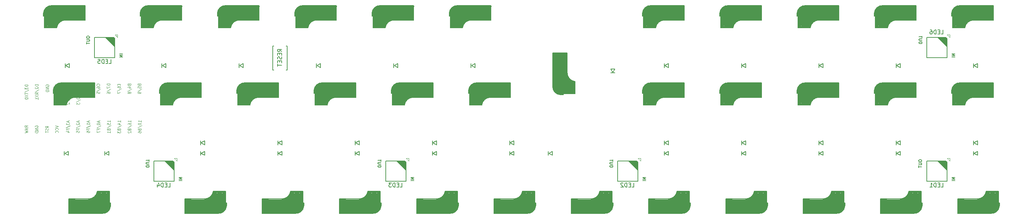
<source format=gbo>
G04 #@! TF.GenerationSoftware,KiCad,Pcbnew,(5.1.9-0-10_14)*
G04 #@! TF.CreationDate,2021-08-28T22:47:01+09:00*
G04 #@! TF.ProjectId,kbd-template,6b62642d-7465-46d7-906c-6174652e6b69,rev?*
G04 #@! TF.SameCoordinates,Original*
G04 #@! TF.FileFunction,Legend,Bot*
G04 #@! TF.FilePolarity,Positive*
%FSLAX46Y46*%
G04 Gerber Fmt 4.6, Leading zero omitted, Abs format (unit mm)*
G04 Created by KiCad (PCBNEW (5.1.9-0-10_14)) date 2021-08-28 22:47:01*
%MOMM*%
%LPD*%
G01*
G04 APERTURE LIST*
%ADD10C,0.300000*%
%ADD11C,0.800000*%
%ADD12C,3.000000*%
%ADD13C,0.500000*%
%ADD14C,1.000000*%
%ADD15C,3.500000*%
%ADD16C,0.150000*%
%ADD17C,0.400000*%
%ADD18C,0.100000*%
%ADD19C,0.120000*%
%ADD20C,0.200000*%
%ADD21C,0.125000*%
%ADD22C,0.187500*%
G04 APERTURE END LIST*
D10*
X15325000Y-42150000D02*
X15325000Y-42800000D01*
D11*
X14825000Y-39700000D02*
X14825000Y-41499999D01*
D12*
X13695000Y-43200000D02*
X13695000Y-40960000D01*
D13*
X5325000Y-41350000D02*
X6625000Y-41400000D01*
D14*
X5625000Y-44100000D02*
X5625000Y-41600000D01*
D15*
X6925000Y-42900000D02*
X13625000Y-42900000D01*
D16*
X5125000Y-41100000D02*
X5125000Y-44700000D01*
X5145000Y-42100000D02*
X5145000Y-44350000D01*
X15425000Y-42050000D02*
X15225000Y-42050000D01*
X15175000Y-43650000D02*
X15175000Y-39200000D01*
X15425000Y-42800000D02*
X15425000Y-42050000D01*
X15175000Y-39200000D02*
X12145000Y-39200000D01*
X9925000Y-41100000D02*
X5125000Y-41100000D01*
X5125000Y-44700000D02*
X13325001Y-44700000D01*
D13*
X14975000Y-39400000D02*
X12525000Y-39400000D01*
D17*
X5275000Y-44500000D02*
X6525000Y-44500000D01*
D16*
X12141318Y-39221471D02*
G75*
G02*
X9925000Y-41100000I-2151318J291471D01*
G01*
X15425000Y-42799999D02*
G75*
G02*
X13325001Y-44700000I-2000000J99999D01*
G01*
D14*
X12541318Y-39621471D02*
G75*
G02*
X10325000Y-41500000I-2151318J291471D01*
G01*
D17*
X11394000Y-12650000D02*
X10144000Y-12650000D01*
D13*
X1694000Y-17750000D02*
X4144000Y-17750000D01*
D16*
X11544000Y-12450000D02*
X3343999Y-12450000D01*
X6744000Y-16050000D02*
X11544000Y-16050000D01*
X1494000Y-17950000D02*
X4524000Y-17950000D01*
X1244000Y-14350000D02*
X1244000Y-15100000D01*
X1494000Y-13500000D02*
X1494000Y-17950000D01*
X1244000Y-15100000D02*
X1444000Y-15100000D01*
X11524000Y-15050000D02*
X11524000Y-12800000D01*
X11544000Y-16050000D02*
X11544000Y-12450000D01*
D15*
X9744000Y-14250000D02*
X3044000Y-14250000D01*
D14*
X11044000Y-13050000D02*
X11044000Y-15550000D01*
D13*
X11344000Y-15800000D02*
X10044000Y-15750000D01*
D12*
X2974000Y-13950000D02*
X2974000Y-16190000D01*
D11*
X1844000Y-17450000D02*
X1844000Y-15650001D01*
D10*
X1344000Y-15000000D02*
X1344000Y-14350000D01*
D16*
X4527682Y-17928529D02*
G75*
G02*
X6744000Y-16050000I2151318J-291471D01*
G01*
X1244000Y-14350001D02*
G75*
G02*
X3343999Y-12450000I2000000J-99999D01*
G01*
D14*
X4127682Y-17528529D02*
G75*
G02*
X6344000Y-15650000I2151318J-291471D01*
G01*
D17*
X9013000Y6400000D02*
X7763000Y6400000D01*
D13*
X-687000Y1300000D02*
X1763000Y1300000D01*
D16*
X9163000Y6600000D02*
X962999Y6600000D01*
X4363000Y3000000D02*
X9163000Y3000000D01*
X-887000Y1100000D02*
X2143000Y1100000D01*
X-1137000Y4700000D02*
X-1137000Y3950000D01*
X-887000Y5550000D02*
X-887000Y1100000D01*
X-1137000Y3950000D02*
X-937000Y3950000D01*
X9143000Y4000000D02*
X9143000Y6250000D01*
X9163000Y3000000D02*
X9163000Y6600000D01*
D15*
X7363000Y4800000D02*
X663000Y4800000D01*
D14*
X8663000Y6000000D02*
X8663000Y3500000D01*
D13*
X8963000Y3250000D02*
X7663000Y3300000D01*
D12*
X593000Y5100000D02*
X593000Y2860000D01*
D11*
X-537000Y1600000D02*
X-537000Y3399999D01*
D10*
X-1037000Y4050000D02*
X-1037000Y4700000D01*
D16*
X2146682Y1121471D02*
G75*
G02*
X4363000Y3000000I2151318J-291471D01*
G01*
X-1137000Y4699999D02*
G75*
G02*
X962999Y6600000I2000000J-99999D01*
G01*
D14*
X1746682Y1521471D02*
G75*
G02*
X3963000Y3400000I2151318J-291471D01*
G01*
D10*
X22775000Y4050000D02*
X22775000Y4700000D01*
D11*
X23275000Y1600000D02*
X23275000Y3399999D01*
D12*
X24405000Y5100000D02*
X24405000Y2860000D01*
D13*
X32775000Y3250000D02*
X31475000Y3300000D01*
D14*
X32475000Y6000000D02*
X32475000Y3500000D01*
D15*
X31175000Y4800000D02*
X24475000Y4800000D01*
D16*
X32975000Y3000000D02*
X32975000Y6600000D01*
X32955000Y4000000D02*
X32955000Y6250000D01*
X22675000Y3950000D02*
X22875000Y3950000D01*
X22925000Y5550000D02*
X22925000Y1100000D01*
X22675000Y4700000D02*
X22675000Y3950000D01*
X22925000Y1100000D02*
X25955000Y1100000D01*
X28175000Y3000000D02*
X32975000Y3000000D01*
X32975000Y6600000D02*
X24774999Y6600000D01*
D13*
X23125000Y1300000D02*
X25575000Y1300000D01*
D17*
X32825000Y6400000D02*
X31575000Y6400000D01*
D16*
X25958682Y1121471D02*
G75*
G02*
X28175000Y3000000I2151318J-291471D01*
G01*
X22675000Y4699999D02*
G75*
G02*
X24774999Y6600000I2000000J-99999D01*
G01*
D14*
X25558682Y1521471D02*
G75*
G02*
X27775000Y3400000I2151318J-291471D01*
G01*
D10*
X41825000Y4050000D02*
X41825000Y4700000D01*
D11*
X42325000Y1600000D02*
X42325000Y3399999D01*
D12*
X43455000Y5100000D02*
X43455000Y2860000D01*
D13*
X51825000Y3250000D02*
X50525000Y3300000D01*
D14*
X51525000Y6000000D02*
X51525000Y3500000D01*
D15*
X50225000Y4800000D02*
X43525000Y4800000D01*
D16*
X52025000Y3000000D02*
X52025000Y6600000D01*
X52005000Y4000000D02*
X52005000Y6250000D01*
X41725000Y3950000D02*
X41925000Y3950000D01*
X41975000Y5550000D02*
X41975000Y1100000D01*
X41725000Y4700000D02*
X41725000Y3950000D01*
X41975000Y1100000D02*
X45005000Y1100000D01*
X47225000Y3000000D02*
X52025000Y3000000D01*
X52025000Y6600000D02*
X43824999Y6600000D01*
D13*
X42175000Y1300000D02*
X44625000Y1300000D01*
D17*
X51875000Y6400000D02*
X50625000Y6400000D01*
D16*
X45008682Y1121471D02*
G75*
G02*
X47225000Y3000000I2151318J-291471D01*
G01*
X41725000Y4699999D02*
G75*
G02*
X43824999Y6600000I2000000J-99999D01*
G01*
D14*
X44608682Y1521471D02*
G75*
G02*
X46825000Y3400000I2151318J-291471D01*
G01*
D10*
X60875000Y4050000D02*
X60875000Y4700000D01*
D11*
X61375000Y1600000D02*
X61375000Y3399999D01*
D12*
X62505000Y5100000D02*
X62505000Y2860000D01*
D13*
X70875000Y3250000D02*
X69575000Y3300000D01*
D14*
X70575000Y6000000D02*
X70575000Y3500000D01*
D15*
X69275000Y4800000D02*
X62575000Y4800000D01*
D16*
X71075000Y3000000D02*
X71075000Y6600000D01*
X71055000Y4000000D02*
X71055000Y6250000D01*
X60775000Y3950000D02*
X60975000Y3950000D01*
X61025000Y5550000D02*
X61025000Y1100000D01*
X60775000Y4700000D02*
X60775000Y3950000D01*
X61025000Y1100000D02*
X64055000Y1100000D01*
X66275000Y3000000D02*
X71075000Y3000000D01*
X71075000Y6600000D02*
X62874999Y6600000D01*
D13*
X61225000Y1300000D02*
X63675000Y1300000D01*
D17*
X70925000Y6400000D02*
X69675000Y6400000D01*
D16*
X64058682Y1121471D02*
G75*
G02*
X66275000Y3000000I2151318J-291471D01*
G01*
X60775000Y4699999D02*
G75*
G02*
X62874999Y6600000I2000000J-99999D01*
G01*
D14*
X63658682Y1521471D02*
G75*
G02*
X65875000Y3400000I2151318J-291471D01*
G01*
D10*
X79925000Y4050000D02*
X79925000Y4700000D01*
D11*
X80425000Y1600000D02*
X80425000Y3399999D01*
D12*
X81555000Y5100000D02*
X81555000Y2860000D01*
D13*
X89925000Y3250000D02*
X88625000Y3300000D01*
D14*
X89625000Y6000000D02*
X89625000Y3500000D01*
D15*
X88325000Y4800000D02*
X81625000Y4800000D01*
D16*
X90125000Y3000000D02*
X90125000Y6600000D01*
X90105000Y4000000D02*
X90105000Y6250000D01*
X79825000Y3950000D02*
X80025000Y3950000D01*
X80075000Y5550000D02*
X80075000Y1100000D01*
X79825000Y4700000D02*
X79825000Y3950000D01*
X80075000Y1100000D02*
X83105000Y1100000D01*
X85325000Y3000000D02*
X90125000Y3000000D01*
X90125000Y6600000D02*
X81924999Y6600000D01*
D13*
X80275000Y1300000D02*
X82725000Y1300000D01*
D17*
X89975000Y6400000D02*
X88725000Y6400000D01*
D16*
X83108682Y1121471D02*
G75*
G02*
X85325000Y3000000I2151318J-291471D01*
G01*
X79825000Y4699999D02*
G75*
G02*
X81924999Y6600000I2000000J-99999D01*
G01*
D14*
X82708682Y1521471D02*
G75*
G02*
X84925000Y3400000I2151318J-291471D01*
G01*
D10*
X98975000Y4050000D02*
X98975000Y4700000D01*
D11*
X99475000Y1600000D02*
X99475000Y3399999D01*
D12*
X100605000Y5100000D02*
X100605000Y2860000D01*
D13*
X108975000Y3250000D02*
X107675000Y3300000D01*
D14*
X108675000Y6000000D02*
X108675000Y3500000D01*
D15*
X107375000Y4800000D02*
X100675000Y4800000D01*
D16*
X109175000Y3000000D02*
X109175000Y6600000D01*
X109155000Y4000000D02*
X109155000Y6250000D01*
X98875000Y3950000D02*
X99075000Y3950000D01*
X99125000Y5550000D02*
X99125000Y1100000D01*
X98875000Y4700000D02*
X98875000Y3950000D01*
X99125000Y1100000D02*
X102155000Y1100000D01*
X104375000Y3000000D02*
X109175000Y3000000D01*
X109175000Y6600000D02*
X100974999Y6600000D01*
D13*
X99325000Y1300000D02*
X101775000Y1300000D01*
D17*
X109025000Y6400000D02*
X107775000Y6400000D01*
D16*
X102158682Y1121471D02*
G75*
G02*
X104375000Y3000000I2151318J-291471D01*
G01*
X98875000Y4699999D02*
G75*
G02*
X100974999Y6600000I2000000J-99999D01*
G01*
D14*
X101758682Y1521471D02*
G75*
G02*
X103975000Y3400000I2151318J-291471D01*
G01*
D10*
X146600000Y4050000D02*
X146600000Y4700000D01*
D11*
X147100000Y1600000D02*
X147100000Y3399999D01*
D12*
X148230000Y5100000D02*
X148230000Y2860000D01*
D13*
X156600000Y3250000D02*
X155300000Y3300000D01*
D14*
X156300000Y6000000D02*
X156300000Y3500000D01*
D15*
X155000000Y4800000D02*
X148300000Y4800000D01*
D16*
X156800000Y3000000D02*
X156800000Y6600000D01*
X156780000Y4000000D02*
X156780000Y6250000D01*
X146500000Y3950000D02*
X146700000Y3950000D01*
X146750000Y5550000D02*
X146750000Y1100000D01*
X146500000Y4700000D02*
X146500000Y3950000D01*
X146750000Y1100000D02*
X149780000Y1100000D01*
X152000000Y3000000D02*
X156800000Y3000000D01*
X156800000Y6600000D02*
X148599999Y6600000D01*
D13*
X146950000Y1300000D02*
X149400000Y1300000D01*
D17*
X156650000Y6400000D02*
X155400000Y6400000D01*
D16*
X149783682Y1121471D02*
G75*
G02*
X152000000Y3000000I2151318J-291471D01*
G01*
X146500000Y4699999D02*
G75*
G02*
X148599999Y6600000I2000000J-99999D01*
G01*
D14*
X149383682Y1521471D02*
G75*
G02*
X151600000Y3400000I2151318J-291471D01*
G01*
D10*
X165650000Y4050000D02*
X165650000Y4700000D01*
D11*
X166150000Y1600000D02*
X166150000Y3399999D01*
D12*
X167280000Y5100000D02*
X167280000Y2860000D01*
D13*
X175650000Y3250000D02*
X174350000Y3300000D01*
D14*
X175350000Y6000000D02*
X175350000Y3500000D01*
D15*
X174050000Y4800000D02*
X167350000Y4800000D01*
D16*
X175850000Y3000000D02*
X175850000Y6600000D01*
X175830000Y4000000D02*
X175830000Y6250000D01*
X165550000Y3950000D02*
X165750000Y3950000D01*
X165800000Y5550000D02*
X165800000Y1100000D01*
X165550000Y4700000D02*
X165550000Y3950000D01*
X165800000Y1100000D02*
X168830000Y1100000D01*
X171050000Y3000000D02*
X175850000Y3000000D01*
X175850000Y6600000D02*
X167649999Y6600000D01*
D13*
X166000000Y1300000D02*
X168450000Y1300000D01*
D17*
X175700000Y6400000D02*
X174450000Y6400000D01*
D16*
X168833682Y1121471D02*
G75*
G02*
X171050000Y3000000I2151318J-291471D01*
G01*
X165550000Y4699999D02*
G75*
G02*
X167649999Y6600000I2000000J-99999D01*
G01*
D14*
X168433682Y1521471D02*
G75*
G02*
X170650000Y3400000I2151318J-291471D01*
G01*
D10*
X184700000Y4050000D02*
X184700000Y4700000D01*
D11*
X185200000Y1600000D02*
X185200000Y3399999D01*
D12*
X186330000Y5100000D02*
X186330000Y2860000D01*
D13*
X194700000Y3250000D02*
X193400000Y3300000D01*
D14*
X194400000Y6000000D02*
X194400000Y3500000D01*
D15*
X193100000Y4800000D02*
X186400000Y4800000D01*
D16*
X194900000Y3000000D02*
X194900000Y6600000D01*
X194880000Y4000000D02*
X194880000Y6250000D01*
X184600000Y3950000D02*
X184800000Y3950000D01*
X184850000Y5550000D02*
X184850000Y1100000D01*
X184600000Y4700000D02*
X184600000Y3950000D01*
X184850000Y1100000D02*
X187880000Y1100000D01*
X190100000Y3000000D02*
X194900000Y3000000D01*
X194900000Y6600000D02*
X186699999Y6600000D01*
D13*
X185050000Y1300000D02*
X187500000Y1300000D01*
D17*
X194750000Y6400000D02*
X193500000Y6400000D01*
D16*
X187883682Y1121471D02*
G75*
G02*
X190100000Y3000000I2151318J-291471D01*
G01*
X184600000Y4699999D02*
G75*
G02*
X186699999Y6600000I2000000J-99999D01*
G01*
D14*
X187483682Y1521471D02*
G75*
G02*
X189700000Y3400000I2151318J-291471D01*
G01*
D10*
X203750000Y4050000D02*
X203750000Y4700000D01*
D11*
X204250000Y1600000D02*
X204250000Y3399999D01*
D12*
X205380000Y5100000D02*
X205380000Y2860000D01*
D13*
X213750000Y3250000D02*
X212450000Y3300000D01*
D14*
X213450000Y6000000D02*
X213450000Y3500000D01*
D15*
X212150000Y4800000D02*
X205450000Y4800000D01*
D16*
X213950000Y3000000D02*
X213950000Y6600000D01*
X213930000Y4000000D02*
X213930000Y6250000D01*
X203650000Y3950000D02*
X203850000Y3950000D01*
X203900000Y5550000D02*
X203900000Y1100000D01*
X203650000Y4700000D02*
X203650000Y3950000D01*
X203900000Y1100000D02*
X206930000Y1100000D01*
X209150000Y3000000D02*
X213950000Y3000000D01*
X213950000Y6600000D02*
X205749999Y6600000D01*
D13*
X204100000Y1300000D02*
X206550000Y1300000D01*
D17*
X213800000Y6400000D02*
X212550000Y6400000D01*
D16*
X206933682Y1121471D02*
G75*
G02*
X209150000Y3000000I2151318J-291471D01*
G01*
X203650000Y4699999D02*
G75*
G02*
X205749999Y6600000I2000000J-99999D01*
G01*
D14*
X206533682Y1521471D02*
G75*
G02*
X208750000Y3400000I2151318J-291471D01*
G01*
D10*
X222800000Y4050000D02*
X222800000Y4700000D01*
D11*
X223300000Y1600000D02*
X223300000Y3399999D01*
D12*
X224430000Y5100000D02*
X224430000Y2860000D01*
D13*
X232800000Y3250000D02*
X231500000Y3300000D01*
D14*
X232500000Y6000000D02*
X232500000Y3500000D01*
D15*
X231200000Y4800000D02*
X224500000Y4800000D01*
D16*
X233000000Y3000000D02*
X233000000Y6600000D01*
X232980000Y4000000D02*
X232980000Y6250000D01*
X222700000Y3950000D02*
X222900000Y3950000D01*
X222950000Y5550000D02*
X222950000Y1100000D01*
X222700000Y4700000D02*
X222700000Y3950000D01*
X222950000Y1100000D02*
X225980000Y1100000D01*
X228200000Y3000000D02*
X233000000Y3000000D01*
X233000000Y6600000D02*
X224799999Y6600000D01*
D13*
X223150000Y1300000D02*
X225600000Y1300000D01*
D17*
X232850000Y6400000D02*
X231600000Y6400000D01*
D16*
X225983682Y1121471D02*
G75*
G02*
X228200000Y3000000I2151318J-291471D01*
G01*
X222700000Y4699999D02*
G75*
G02*
X224799999Y6600000I2000000J-99999D01*
G01*
D14*
X225583682Y1521471D02*
G75*
G02*
X227800000Y3400000I2151318J-291471D01*
G01*
D10*
X27537500Y-15000000D02*
X27537500Y-14350000D01*
D11*
X28037500Y-17450000D02*
X28037500Y-15650001D01*
D12*
X29167500Y-13950000D02*
X29167500Y-16190000D01*
D13*
X37537500Y-15800000D02*
X36237500Y-15750000D01*
D14*
X37237500Y-13050000D02*
X37237500Y-15550000D01*
D15*
X35937500Y-14250000D02*
X29237500Y-14250000D01*
D16*
X37737500Y-16050000D02*
X37737500Y-12450000D01*
X37717500Y-15050000D02*
X37717500Y-12800000D01*
X27437500Y-15100000D02*
X27637500Y-15100000D01*
X27687500Y-13500000D02*
X27687500Y-17950000D01*
X27437500Y-14350000D02*
X27437500Y-15100000D01*
X27687500Y-17950000D02*
X30717500Y-17950000D01*
X32937500Y-16050000D02*
X37737500Y-16050000D01*
X37737500Y-12450000D02*
X29537499Y-12450000D01*
D13*
X27887500Y-17750000D02*
X30337500Y-17750000D01*
D17*
X37587500Y-12650000D02*
X36337500Y-12650000D01*
D16*
X30721182Y-17928529D02*
G75*
G02*
X32937500Y-16050000I2151318J-291471D01*
G01*
X27437500Y-14350001D02*
G75*
G02*
X29537499Y-12450000I2000000J-99999D01*
G01*
D14*
X30321182Y-17528529D02*
G75*
G02*
X32537500Y-15650000I2151318J-291471D01*
G01*
D10*
X46587500Y-15000000D02*
X46587500Y-14350000D01*
D11*
X47087500Y-17450000D02*
X47087500Y-15650001D01*
D12*
X48217500Y-13950000D02*
X48217500Y-16190000D01*
D13*
X56587500Y-15800000D02*
X55287500Y-15750000D01*
D14*
X56287500Y-13050000D02*
X56287500Y-15550000D01*
D15*
X54987500Y-14250000D02*
X48287500Y-14250000D01*
D16*
X56787500Y-16050000D02*
X56787500Y-12450000D01*
X56767500Y-15050000D02*
X56767500Y-12800000D01*
X46487500Y-15100000D02*
X46687500Y-15100000D01*
X46737500Y-13500000D02*
X46737500Y-17950000D01*
X46487500Y-14350000D02*
X46487500Y-15100000D01*
X46737500Y-17950000D02*
X49767500Y-17950000D01*
X51987500Y-16050000D02*
X56787500Y-16050000D01*
X56787500Y-12450000D02*
X48587499Y-12450000D01*
D13*
X46937500Y-17750000D02*
X49387500Y-17750000D01*
D17*
X56637500Y-12650000D02*
X55387500Y-12650000D01*
D16*
X49771182Y-17928529D02*
G75*
G02*
X51987500Y-16050000I2151318J-291471D01*
G01*
X46487500Y-14350001D02*
G75*
G02*
X48587499Y-12450000I2000000J-99999D01*
G01*
D14*
X49371182Y-17528529D02*
G75*
G02*
X51587500Y-15650000I2151318J-291471D01*
G01*
D10*
X65637500Y-15000000D02*
X65637500Y-14350000D01*
D11*
X66137500Y-17450000D02*
X66137500Y-15650001D01*
D12*
X67267500Y-13950000D02*
X67267500Y-16190000D01*
D13*
X75637500Y-15800000D02*
X74337500Y-15750000D01*
D14*
X75337500Y-13050000D02*
X75337500Y-15550000D01*
D15*
X74037500Y-14250000D02*
X67337500Y-14250000D01*
D16*
X75837500Y-16050000D02*
X75837500Y-12450000D01*
X75817500Y-15050000D02*
X75817500Y-12800000D01*
X65537500Y-15100000D02*
X65737500Y-15100000D01*
X65787500Y-13500000D02*
X65787500Y-17950000D01*
X65537500Y-14350000D02*
X65537500Y-15100000D01*
X65787500Y-17950000D02*
X68817500Y-17950000D01*
X71037500Y-16050000D02*
X75837500Y-16050000D01*
X75837500Y-12450000D02*
X67637499Y-12450000D01*
D13*
X65987500Y-17750000D02*
X68437500Y-17750000D01*
D17*
X75687500Y-12650000D02*
X74437500Y-12650000D01*
D16*
X68821182Y-17928529D02*
G75*
G02*
X71037500Y-16050000I2151318J-291471D01*
G01*
X65537500Y-14350001D02*
G75*
G02*
X67637499Y-12450000I2000000J-99999D01*
G01*
D14*
X68421182Y-17528529D02*
G75*
G02*
X70637500Y-15650000I2151318J-291471D01*
G01*
D10*
X84687500Y-15000000D02*
X84687500Y-14350000D01*
D11*
X85187500Y-17450000D02*
X85187500Y-15650001D01*
D12*
X86317500Y-13950000D02*
X86317500Y-16190000D01*
D13*
X94687500Y-15800000D02*
X93387500Y-15750000D01*
D14*
X94387500Y-13050000D02*
X94387500Y-15550000D01*
D15*
X93087500Y-14250000D02*
X86387500Y-14250000D01*
D16*
X94887500Y-16050000D02*
X94887500Y-12450000D01*
X94867500Y-15050000D02*
X94867500Y-12800000D01*
X84587500Y-15100000D02*
X84787500Y-15100000D01*
X84837500Y-13500000D02*
X84837500Y-17950000D01*
X84587500Y-14350000D02*
X84587500Y-15100000D01*
X84837500Y-17950000D02*
X87867500Y-17950000D01*
X90087500Y-16050000D02*
X94887500Y-16050000D01*
X94887500Y-12450000D02*
X86687499Y-12450000D01*
D13*
X85037500Y-17750000D02*
X87487500Y-17750000D01*
D17*
X94737500Y-12650000D02*
X93487500Y-12650000D01*
D16*
X87871182Y-17928529D02*
G75*
G02*
X90087500Y-16050000I2151318J-291471D01*
G01*
X84587500Y-14350001D02*
G75*
G02*
X86687499Y-12450000I2000000J-99999D01*
G01*
D14*
X87471182Y-17528529D02*
G75*
G02*
X89687500Y-15650000I2151318J-291471D01*
G01*
D10*
X103738000Y-15000000D02*
X103738000Y-14350000D01*
D11*
X104238000Y-17450000D02*
X104238000Y-15650001D01*
D12*
X105368000Y-13950000D02*
X105368000Y-16190000D01*
D13*
X113738000Y-15800000D02*
X112438000Y-15750000D01*
D14*
X113438000Y-13050000D02*
X113438000Y-15550000D01*
D15*
X112138000Y-14250000D02*
X105438000Y-14250000D01*
D16*
X113938000Y-16050000D02*
X113938000Y-12450000D01*
X113918000Y-15050000D02*
X113918000Y-12800000D01*
X103638000Y-15100000D02*
X103838000Y-15100000D01*
X103888000Y-13500000D02*
X103888000Y-17950000D01*
X103638000Y-14350000D02*
X103638000Y-15100000D01*
X103888000Y-17950000D02*
X106918000Y-17950000D01*
X109138000Y-16050000D02*
X113938000Y-16050000D01*
X113938000Y-12450000D02*
X105737999Y-12450000D01*
D13*
X104088000Y-17750000D02*
X106538000Y-17750000D01*
D17*
X113788000Y-12650000D02*
X112538000Y-12650000D01*
D16*
X106921682Y-17928529D02*
G75*
G02*
X109138000Y-16050000I2151318J-291471D01*
G01*
X103638000Y-14350001D02*
G75*
G02*
X105737999Y-12450000I2000000J-99999D01*
G01*
D14*
X106521682Y-17528529D02*
G75*
G02*
X108738000Y-15650000I2151318J-291471D01*
G01*
D10*
X146600000Y-15000000D02*
X146600000Y-14350000D01*
D11*
X147100000Y-17450000D02*
X147100000Y-15650001D01*
D12*
X148230000Y-13950000D02*
X148230000Y-16190000D01*
D13*
X156600000Y-15800000D02*
X155300000Y-15750000D01*
D14*
X156300000Y-13050000D02*
X156300000Y-15550000D01*
D15*
X155000000Y-14250000D02*
X148300000Y-14250000D01*
D16*
X156800000Y-16050000D02*
X156800000Y-12450000D01*
X156780000Y-15050000D02*
X156780000Y-12800000D01*
X146500000Y-15100000D02*
X146700000Y-15100000D01*
X146750000Y-13500000D02*
X146750000Y-17950000D01*
X146500000Y-14350000D02*
X146500000Y-15100000D01*
X146750000Y-17950000D02*
X149780000Y-17950000D01*
X152000000Y-16050000D02*
X156800000Y-16050000D01*
X156800000Y-12450000D02*
X148599999Y-12450000D01*
D13*
X146950000Y-17750000D02*
X149400000Y-17750000D01*
D17*
X156650000Y-12650000D02*
X155400000Y-12650000D01*
D16*
X149783682Y-17928529D02*
G75*
G02*
X152000000Y-16050000I2151318J-291471D01*
G01*
X146500000Y-14350001D02*
G75*
G02*
X148599999Y-12450000I2000000J-99999D01*
G01*
D14*
X149383682Y-17528529D02*
G75*
G02*
X151600000Y-15650000I2151318J-291471D01*
G01*
D10*
X165650000Y-15000000D02*
X165650000Y-14350000D01*
D11*
X166150000Y-17450000D02*
X166150000Y-15650001D01*
D12*
X167280000Y-13950000D02*
X167280000Y-16190000D01*
D13*
X175650000Y-15800000D02*
X174350000Y-15750000D01*
D14*
X175350000Y-13050000D02*
X175350000Y-15550000D01*
D15*
X174050000Y-14250000D02*
X167350000Y-14250000D01*
D16*
X175850000Y-16050000D02*
X175850000Y-12450000D01*
X175830000Y-15050000D02*
X175830000Y-12800000D01*
X165550000Y-15100000D02*
X165750000Y-15100000D01*
X165800000Y-13500000D02*
X165800000Y-17950000D01*
X165550000Y-14350000D02*
X165550000Y-15100000D01*
X165800000Y-17950000D02*
X168830000Y-17950000D01*
X171050000Y-16050000D02*
X175850000Y-16050000D01*
X175850000Y-12450000D02*
X167649999Y-12450000D01*
D13*
X166000000Y-17750000D02*
X168450000Y-17750000D01*
D17*
X175700000Y-12650000D02*
X174450000Y-12650000D01*
D16*
X168833682Y-17928529D02*
G75*
G02*
X171050000Y-16050000I2151318J-291471D01*
G01*
X165550000Y-14350001D02*
G75*
G02*
X167649999Y-12450000I2000000J-99999D01*
G01*
D14*
X168433682Y-17528529D02*
G75*
G02*
X170650000Y-15650000I2151318J-291471D01*
G01*
D10*
X184700000Y-15000000D02*
X184700000Y-14350000D01*
D11*
X185200000Y-17450000D02*
X185200000Y-15650001D01*
D12*
X186330000Y-13950000D02*
X186330000Y-16190000D01*
D13*
X194700000Y-15800000D02*
X193400000Y-15750000D01*
D14*
X194400000Y-13050000D02*
X194400000Y-15550000D01*
D15*
X193100000Y-14250000D02*
X186400000Y-14250000D01*
D16*
X194900000Y-16050000D02*
X194900000Y-12450000D01*
X194880000Y-15050000D02*
X194880000Y-12800000D01*
X184600000Y-15100000D02*
X184800000Y-15100000D01*
X184850000Y-13500000D02*
X184850000Y-17950000D01*
X184600000Y-14350000D02*
X184600000Y-15100000D01*
X184850000Y-17950000D02*
X187880000Y-17950000D01*
X190100000Y-16050000D02*
X194900000Y-16050000D01*
X194900000Y-12450000D02*
X186699999Y-12450000D01*
D13*
X185050000Y-17750000D02*
X187500000Y-17750000D01*
D17*
X194750000Y-12650000D02*
X193500000Y-12650000D01*
D16*
X187883682Y-17928529D02*
G75*
G02*
X190100000Y-16050000I2151318J-291471D01*
G01*
X184600000Y-14350001D02*
G75*
G02*
X186699999Y-12450000I2000000J-99999D01*
G01*
D14*
X187483682Y-17528529D02*
G75*
G02*
X189700000Y-15650000I2151318J-291471D01*
G01*
D10*
X203750000Y-15000000D02*
X203750000Y-14350000D01*
D11*
X204250000Y-17450000D02*
X204250000Y-15650001D01*
D12*
X205380000Y-13950000D02*
X205380000Y-16190000D01*
D13*
X213750000Y-15800000D02*
X212450000Y-15750000D01*
D14*
X213450000Y-13050000D02*
X213450000Y-15550000D01*
D15*
X212150000Y-14250000D02*
X205450000Y-14250000D01*
D16*
X213950000Y-16050000D02*
X213950000Y-12450000D01*
X213930000Y-15050000D02*
X213930000Y-12800000D01*
X203650000Y-15100000D02*
X203850000Y-15100000D01*
X203900000Y-13500000D02*
X203900000Y-17950000D01*
X203650000Y-14350000D02*
X203650000Y-15100000D01*
X203900000Y-17950000D02*
X206930000Y-17950000D01*
X209150000Y-16050000D02*
X213950000Y-16050000D01*
X213950000Y-12450000D02*
X205749999Y-12450000D01*
D13*
X204100000Y-17750000D02*
X206550000Y-17750000D01*
D17*
X213800000Y-12650000D02*
X212550000Y-12650000D01*
D16*
X206933682Y-17928529D02*
G75*
G02*
X209150000Y-16050000I2151318J-291471D01*
G01*
X203650000Y-14350001D02*
G75*
G02*
X205749999Y-12450000I2000000J-99999D01*
G01*
D14*
X206533682Y-17528529D02*
G75*
G02*
X208750000Y-15650000I2151318J-291471D01*
G01*
D10*
X222800000Y-15000000D02*
X222800000Y-14350000D01*
D11*
X223300000Y-17450000D02*
X223300000Y-15650001D01*
D12*
X224430000Y-13950000D02*
X224430000Y-16190000D01*
D13*
X232800000Y-15800000D02*
X231500000Y-15750000D01*
D14*
X232500000Y-13050000D02*
X232500000Y-15550000D01*
D15*
X231200000Y-14250000D02*
X224500000Y-14250000D01*
D16*
X233000000Y-16050000D02*
X233000000Y-12450000D01*
X232980000Y-15050000D02*
X232980000Y-12800000D01*
X222700000Y-15100000D02*
X222900000Y-15100000D01*
X222950000Y-13500000D02*
X222950000Y-17950000D01*
X222700000Y-14350000D02*
X222700000Y-15100000D01*
X222950000Y-17950000D02*
X225980000Y-17950000D01*
X228200000Y-16050000D02*
X233000000Y-16050000D01*
X233000000Y-12450000D02*
X224799999Y-12450000D01*
D13*
X223150000Y-17750000D02*
X225600000Y-17750000D01*
D17*
X232850000Y-12650000D02*
X231600000Y-12650000D01*
D16*
X225983682Y-17928529D02*
G75*
G02*
X228200000Y-16050000I2151318J-291471D01*
G01*
X222700000Y-14350001D02*
G75*
G02*
X224799999Y-12450000I2000000J-99999D01*
G01*
D14*
X225583682Y-17528529D02*
G75*
G02*
X227800000Y-15650000I2151318J-291471D01*
G01*
D10*
X43900000Y-42150000D02*
X43900000Y-42800000D01*
D11*
X43400000Y-39700000D02*
X43400000Y-41499999D01*
D12*
X42270000Y-43200000D02*
X42270000Y-40960000D01*
D13*
X33900000Y-41350000D02*
X35200000Y-41400000D01*
D14*
X34200000Y-44100000D02*
X34200000Y-41600000D01*
D15*
X35500000Y-42900000D02*
X42200000Y-42900000D01*
D16*
X33700000Y-41100000D02*
X33700000Y-44700000D01*
X33720000Y-42100000D02*
X33720000Y-44350000D01*
X44000000Y-42050000D02*
X43800000Y-42050000D01*
X43750000Y-43650000D02*
X43750000Y-39200000D01*
X44000000Y-42800000D02*
X44000000Y-42050000D01*
X43750000Y-39200000D02*
X40720000Y-39200000D01*
X38500000Y-41100000D02*
X33700000Y-41100000D01*
X33700000Y-44700000D02*
X41900001Y-44700000D01*
D13*
X43550000Y-39400000D02*
X41100000Y-39400000D01*
D17*
X33850000Y-44500000D02*
X35100000Y-44500000D01*
D16*
X40716318Y-39221471D02*
G75*
G02*
X38500000Y-41100000I-2151318J291471D01*
G01*
X44000000Y-42799999D02*
G75*
G02*
X41900001Y-44700000I-2000000J99999D01*
G01*
D14*
X41116318Y-39621471D02*
G75*
G02*
X38900000Y-41500000I-2151318J291471D01*
G01*
D10*
X62950000Y-42150000D02*
X62950000Y-42800000D01*
D11*
X62450000Y-39700000D02*
X62450000Y-41499999D01*
D12*
X61320000Y-43200000D02*
X61320000Y-40960000D01*
D13*
X52950000Y-41350000D02*
X54250000Y-41400000D01*
D14*
X53250000Y-44100000D02*
X53250000Y-41600000D01*
D15*
X54550000Y-42900000D02*
X61250000Y-42900000D01*
D16*
X52750000Y-41100000D02*
X52750000Y-44700000D01*
X52770000Y-42100000D02*
X52770000Y-44350000D01*
X63050000Y-42050000D02*
X62850000Y-42050000D01*
X62800000Y-43650000D02*
X62800000Y-39200000D01*
X63050000Y-42800000D02*
X63050000Y-42050000D01*
X62800000Y-39200000D02*
X59770000Y-39200000D01*
X57550000Y-41100000D02*
X52750000Y-41100000D01*
X52750000Y-44700000D02*
X60950001Y-44700000D01*
D13*
X62600000Y-39400000D02*
X60150000Y-39400000D01*
D17*
X52900000Y-44500000D02*
X54150000Y-44500000D01*
D16*
X59766318Y-39221471D02*
G75*
G02*
X57550000Y-41100000I-2151318J291471D01*
G01*
X63050000Y-42799999D02*
G75*
G02*
X60950001Y-44700000I-2000000J99999D01*
G01*
D14*
X60166318Y-39621471D02*
G75*
G02*
X57950000Y-41500000I-2151318J291471D01*
G01*
D10*
X82000000Y-42150000D02*
X82000000Y-42800000D01*
D11*
X81500000Y-39700000D02*
X81500000Y-41499999D01*
D12*
X80370000Y-43200000D02*
X80370000Y-40960000D01*
D13*
X72000000Y-41350000D02*
X73300000Y-41400000D01*
D14*
X72300000Y-44100000D02*
X72300000Y-41600000D01*
D15*
X73600000Y-42900000D02*
X80300000Y-42900000D01*
D16*
X71800000Y-41100000D02*
X71800000Y-44700000D01*
X71820000Y-42100000D02*
X71820000Y-44350000D01*
X82100000Y-42050000D02*
X81900000Y-42050000D01*
X81850000Y-43650000D02*
X81850000Y-39200000D01*
X82100000Y-42800000D02*
X82100000Y-42050000D01*
X81850000Y-39200000D02*
X78820000Y-39200000D01*
X76600000Y-41100000D02*
X71800000Y-41100000D01*
X71800000Y-44700000D02*
X80000001Y-44700000D01*
D13*
X81650000Y-39400000D02*
X79200000Y-39400000D01*
D17*
X71950000Y-44500000D02*
X73200000Y-44500000D01*
D16*
X78816318Y-39221471D02*
G75*
G02*
X76600000Y-41100000I-2151318J291471D01*
G01*
X82100000Y-42799999D02*
G75*
G02*
X80000001Y-44700000I-2000000J99999D01*
G01*
D14*
X79216318Y-39621471D02*
G75*
G02*
X77000000Y-41500000I-2151318J291471D01*
G01*
D10*
X101050000Y-42150000D02*
X101050000Y-42800000D01*
D11*
X100550000Y-39700000D02*
X100550000Y-41499999D01*
D12*
X99420000Y-43200000D02*
X99420000Y-40960000D01*
D13*
X91050000Y-41350000D02*
X92350000Y-41400000D01*
D14*
X91350000Y-44100000D02*
X91350000Y-41600000D01*
D15*
X92650000Y-42900000D02*
X99350000Y-42900000D01*
D16*
X90850000Y-41100000D02*
X90850000Y-44700000D01*
X90870000Y-42100000D02*
X90870000Y-44350000D01*
X101150000Y-42050000D02*
X100950000Y-42050000D01*
X100900000Y-43650000D02*
X100900000Y-39200000D01*
X101150000Y-42800000D02*
X101150000Y-42050000D01*
X100900000Y-39200000D02*
X97870000Y-39200000D01*
X95650000Y-41100000D02*
X90850000Y-41100000D01*
X90850000Y-44700000D02*
X99050001Y-44700000D01*
D13*
X100700000Y-39400000D02*
X98250000Y-39400000D01*
D17*
X91000000Y-44500000D02*
X92250000Y-44500000D01*
D16*
X97866318Y-39221471D02*
G75*
G02*
X95650000Y-41100000I-2151318J291471D01*
G01*
X101150000Y-42799999D02*
G75*
G02*
X99050001Y-44700000I-2000000J99999D01*
G01*
D14*
X98266318Y-39621471D02*
G75*
G02*
X96050000Y-41500000I-2151318J291471D01*
G01*
D10*
X120100000Y-42150000D02*
X120100000Y-42800000D01*
D11*
X119600000Y-39700000D02*
X119600000Y-41499999D01*
D12*
X118470000Y-43200000D02*
X118470000Y-40960000D01*
D13*
X110100000Y-41350000D02*
X111400000Y-41400000D01*
D14*
X110400000Y-44100000D02*
X110400000Y-41600000D01*
D15*
X111700000Y-42900000D02*
X118400000Y-42900000D01*
D16*
X109900000Y-41100000D02*
X109900000Y-44700000D01*
X109920000Y-42100000D02*
X109920000Y-44350000D01*
X120200000Y-42050000D02*
X120000000Y-42050000D01*
X119950000Y-43650000D02*
X119950000Y-39200000D01*
X120200000Y-42800000D02*
X120200000Y-42050000D01*
X119950000Y-39200000D02*
X116920000Y-39200000D01*
X114700000Y-41100000D02*
X109900000Y-41100000D01*
X109900000Y-44700000D02*
X118100001Y-44700000D01*
D13*
X119750000Y-39400000D02*
X117300000Y-39400000D01*
D17*
X110050000Y-44500000D02*
X111300000Y-44500000D01*
D16*
X116916318Y-39221471D02*
G75*
G02*
X114700000Y-41100000I-2151318J291471D01*
G01*
X120200000Y-42799999D02*
G75*
G02*
X118100001Y-44700000I-2000000J99999D01*
G01*
D14*
X117316318Y-39621471D02*
G75*
G02*
X115100000Y-41500000I-2151318J291471D01*
G01*
D10*
X158200000Y-42150000D02*
X158200000Y-42800000D01*
D11*
X157700000Y-39700000D02*
X157700000Y-41499999D01*
D12*
X156570000Y-43200000D02*
X156570000Y-40960000D01*
D13*
X148200000Y-41350000D02*
X149500000Y-41400000D01*
D14*
X148500000Y-44100000D02*
X148500000Y-41600000D01*
D15*
X149800000Y-42900000D02*
X156500000Y-42900000D01*
D16*
X148000000Y-41100000D02*
X148000000Y-44700000D01*
X148020000Y-42100000D02*
X148020000Y-44350000D01*
X158300000Y-42050000D02*
X158100000Y-42050000D01*
X158050000Y-43650000D02*
X158050000Y-39200000D01*
X158300000Y-42800000D02*
X158300000Y-42050000D01*
X158050000Y-39200000D02*
X155020000Y-39200000D01*
X152800000Y-41100000D02*
X148000000Y-41100000D01*
X148000000Y-44700000D02*
X156200001Y-44700000D01*
D13*
X157850000Y-39400000D02*
X155400000Y-39400000D01*
D17*
X148150000Y-44500000D02*
X149400000Y-44500000D01*
D16*
X155016318Y-39221471D02*
G75*
G02*
X152800000Y-41100000I-2151318J291471D01*
G01*
X158300000Y-42799999D02*
G75*
G02*
X156200001Y-44700000I-2000000J99999D01*
G01*
D14*
X155416318Y-39621471D02*
G75*
G02*
X153200000Y-41500000I-2151318J291471D01*
G01*
D10*
X177250000Y-42150000D02*
X177250000Y-42800000D01*
D11*
X176750000Y-39700000D02*
X176750000Y-41499999D01*
D12*
X175620000Y-43200000D02*
X175620000Y-40960000D01*
D13*
X167250000Y-41350000D02*
X168550000Y-41400000D01*
D14*
X167550000Y-44100000D02*
X167550000Y-41600000D01*
D15*
X168850000Y-42900000D02*
X175550000Y-42900000D01*
D16*
X167050000Y-41100000D02*
X167050000Y-44700000D01*
X167070000Y-42100000D02*
X167070000Y-44350000D01*
X177350000Y-42050000D02*
X177150000Y-42050000D01*
X177100000Y-43650000D02*
X177100000Y-39200000D01*
X177350000Y-42800000D02*
X177350000Y-42050000D01*
X177100000Y-39200000D02*
X174070000Y-39200000D01*
X171850000Y-41100000D02*
X167050000Y-41100000D01*
X167050000Y-44700000D02*
X175250001Y-44700000D01*
D13*
X176900000Y-39400000D02*
X174450000Y-39400000D01*
D17*
X167200000Y-44500000D02*
X168450000Y-44500000D01*
D16*
X174066318Y-39221471D02*
G75*
G02*
X171850000Y-41100000I-2151318J291471D01*
G01*
X177350000Y-42799999D02*
G75*
G02*
X175250001Y-44700000I-2000000J99999D01*
G01*
D14*
X174466318Y-39621471D02*
G75*
G02*
X172250000Y-41500000I-2151318J291471D01*
G01*
D10*
X196300000Y-42150000D02*
X196300000Y-42800000D01*
D11*
X195800000Y-39700000D02*
X195800000Y-41499999D01*
D12*
X194670000Y-43200000D02*
X194670000Y-40960000D01*
D13*
X186300000Y-41350000D02*
X187600000Y-41400000D01*
D14*
X186600000Y-44100000D02*
X186600000Y-41600000D01*
D15*
X187900000Y-42900000D02*
X194600000Y-42900000D01*
D16*
X186100000Y-41100000D02*
X186100000Y-44700000D01*
X186120000Y-42100000D02*
X186120000Y-44350000D01*
X196400000Y-42050000D02*
X196200000Y-42050000D01*
X196150000Y-43650000D02*
X196150000Y-39200000D01*
X196400000Y-42800000D02*
X196400000Y-42050000D01*
X196150000Y-39200000D02*
X193120000Y-39200000D01*
X190900000Y-41100000D02*
X186100000Y-41100000D01*
X186100000Y-44700000D02*
X194300001Y-44700000D01*
D13*
X195950000Y-39400000D02*
X193500000Y-39400000D01*
D17*
X186250000Y-44500000D02*
X187500000Y-44500000D01*
D16*
X193116318Y-39221471D02*
G75*
G02*
X190900000Y-41100000I-2151318J291471D01*
G01*
X196400000Y-42799999D02*
G75*
G02*
X194300001Y-44700000I-2000000J99999D01*
G01*
D14*
X193516318Y-39621471D02*
G75*
G02*
X191300000Y-41500000I-2151318J291471D01*
G01*
D10*
X215350000Y-42150000D02*
X215350000Y-42800000D01*
D11*
X214850000Y-39700000D02*
X214850000Y-41499999D01*
D12*
X213720000Y-43200000D02*
X213720000Y-40960000D01*
D13*
X205350000Y-41350000D02*
X206650000Y-41400000D01*
D14*
X205650000Y-44100000D02*
X205650000Y-41600000D01*
D15*
X206950000Y-42900000D02*
X213650000Y-42900000D01*
D16*
X205150000Y-41100000D02*
X205150000Y-44700000D01*
X205170000Y-42100000D02*
X205170000Y-44350000D01*
X215450000Y-42050000D02*
X215250000Y-42050000D01*
X215200000Y-43650000D02*
X215200000Y-39200000D01*
X215450000Y-42800000D02*
X215450000Y-42050000D01*
X215200000Y-39200000D02*
X212170000Y-39200000D01*
X209950000Y-41100000D02*
X205150000Y-41100000D01*
X205150000Y-44700000D02*
X213350001Y-44700000D01*
D13*
X215000000Y-39400000D02*
X212550000Y-39400000D01*
D17*
X205300000Y-44500000D02*
X206550000Y-44500000D01*
D16*
X212166318Y-39221471D02*
G75*
G02*
X209950000Y-41100000I-2151318J291471D01*
G01*
X215450000Y-42799999D02*
G75*
G02*
X213350001Y-44700000I-2000000J99999D01*
G01*
D14*
X212566318Y-39621471D02*
G75*
G02*
X210350000Y-41500000I-2151318J291471D01*
G01*
D10*
X234400000Y-42150000D02*
X234400000Y-42800000D01*
D11*
X233900000Y-39700000D02*
X233900000Y-41499999D01*
D12*
X232770000Y-43200000D02*
X232770000Y-40960000D01*
D13*
X224400000Y-41350000D02*
X225700000Y-41400000D01*
D14*
X224700000Y-44100000D02*
X224700000Y-41600000D01*
D15*
X226000000Y-42900000D02*
X232700000Y-42900000D01*
D16*
X224200000Y-41100000D02*
X224200000Y-44700000D01*
X224220000Y-42100000D02*
X224220000Y-44350000D01*
X234500000Y-42050000D02*
X234300000Y-42050000D01*
X234250000Y-43650000D02*
X234250000Y-39200000D01*
X234500000Y-42800000D02*
X234500000Y-42050000D01*
X234250000Y-39200000D02*
X231220000Y-39200000D01*
X229000000Y-41100000D02*
X224200000Y-41100000D01*
X224200000Y-44700000D02*
X232400001Y-44700000D01*
D13*
X234050000Y-39400000D02*
X231600000Y-39400000D01*
D17*
X224350000Y-44500000D02*
X225600000Y-44500000D01*
D16*
X231216318Y-39221471D02*
G75*
G02*
X229000000Y-41100000I-2151318J291471D01*
G01*
X234500000Y-42799999D02*
G75*
G02*
X232400001Y-44700000I-2000000J99999D01*
G01*
D14*
X231616318Y-39621471D02*
G75*
G02*
X229400000Y-41500000I-2151318J291471D01*
G01*
D16*
X28075000Y-8750000D02*
X28075000Y-7750000D01*
X29075000Y-7750000D02*
X28175000Y-8250000D01*
X29075000Y-8750000D02*
X29075000Y-7750000D01*
X28175000Y-8250000D02*
X29075000Y-8750000D01*
X47125000Y-8750000D02*
X47125000Y-7750000D01*
X48125000Y-7750000D02*
X47225000Y-8250000D01*
X48125000Y-8750000D02*
X48125000Y-7750000D01*
X47225000Y-8250000D02*
X48125000Y-8750000D01*
X66175000Y-8750000D02*
X66175000Y-7750000D01*
X67175000Y-7750000D02*
X66275000Y-8250000D01*
X67175000Y-8750000D02*
X67175000Y-7750000D01*
X66275000Y-8250000D02*
X67175000Y-8750000D01*
X85225000Y-8750000D02*
X85225000Y-7750000D01*
X86225000Y-7750000D02*
X85325000Y-8250000D01*
X86225000Y-8750000D02*
X86225000Y-7750000D01*
X85325000Y-8250000D02*
X86225000Y-8750000D01*
X104275000Y-8750000D02*
X104275000Y-7750000D01*
X105275000Y-7750000D02*
X104375000Y-8250000D01*
X105275000Y-8750000D02*
X105275000Y-7750000D01*
X104375000Y-8250000D02*
X105275000Y-8750000D01*
X151900000Y-8750000D02*
X151900000Y-7750000D01*
X152900000Y-7750000D02*
X152000000Y-8250000D01*
X152900000Y-8750000D02*
X152900000Y-7750000D01*
X152000000Y-8250000D02*
X152900000Y-8750000D01*
X170950000Y-8750000D02*
X170950000Y-7750000D01*
X171950000Y-7750000D02*
X171050000Y-8250000D01*
X171950000Y-8750000D02*
X171950000Y-7750000D01*
X171050000Y-8250000D02*
X171950000Y-8750000D01*
X190000000Y-8750000D02*
X190000000Y-7750000D01*
X191000000Y-7750000D02*
X190100000Y-8250000D01*
X191000000Y-8750000D02*
X191000000Y-7750000D01*
X190100000Y-8250000D02*
X191000000Y-8750000D01*
X209050000Y-8750000D02*
X209050000Y-7750000D01*
X210050000Y-7750000D02*
X209150000Y-8250000D01*
X210050000Y-8750000D02*
X210050000Y-7750000D01*
X209150000Y-8250000D02*
X210050000Y-8750000D01*
X228100000Y-8750000D02*
X228100000Y-7750000D01*
X229100000Y-7750000D02*
X228200000Y-8250000D01*
X229100000Y-8750000D02*
X229100000Y-7750000D01*
X228200000Y-8250000D02*
X229100000Y-8750000D01*
X37597500Y-27800000D02*
X37597500Y-26800000D01*
X38597500Y-26800000D02*
X37697500Y-27300000D01*
X38597500Y-27800000D02*
X38597500Y-26800000D01*
X37697500Y-27300000D02*
X38597500Y-27800000D01*
X56647500Y-27800000D02*
X56647500Y-26800000D01*
X57647500Y-26800000D02*
X56747500Y-27300000D01*
X57647500Y-27800000D02*
X57647500Y-26800000D01*
X56747500Y-27300000D02*
X57647500Y-27800000D01*
X75697500Y-27800000D02*
X75697500Y-26800000D01*
X76697500Y-26800000D02*
X75797500Y-27300000D01*
X76697500Y-27800000D02*
X76697500Y-26800000D01*
X75797500Y-27300000D02*
X76697500Y-27800000D01*
X94747500Y-27800000D02*
X94747500Y-26800000D01*
X95747500Y-26800000D02*
X94847500Y-27300000D01*
X95747500Y-27800000D02*
X95747500Y-26800000D01*
X94847500Y-27300000D02*
X95747500Y-27800000D01*
X113798000Y-27800000D02*
X113798000Y-26800000D01*
X114798000Y-26800000D02*
X113898000Y-27300000D01*
X114798000Y-27800000D02*
X114798000Y-26800000D01*
X113898000Y-27300000D02*
X114798000Y-27800000D01*
X151900000Y-27800000D02*
X151900000Y-26800000D01*
X152900000Y-26800000D02*
X152000000Y-27300000D01*
X152900000Y-27800000D02*
X152900000Y-26800000D01*
X152000000Y-27300000D02*
X152900000Y-27800000D01*
X170950000Y-27800000D02*
X170950000Y-26800000D01*
X171950000Y-26800000D02*
X171050000Y-27300000D01*
X171950000Y-27800000D02*
X171950000Y-26800000D01*
X171050000Y-27300000D02*
X171950000Y-27800000D01*
X190000000Y-27800000D02*
X190000000Y-26800000D01*
X191000000Y-26800000D02*
X190100000Y-27300000D01*
X191000000Y-27800000D02*
X191000000Y-26800000D01*
X190100000Y-27300000D02*
X191000000Y-27800000D01*
X209050000Y-27800000D02*
X209050000Y-26800000D01*
X210050000Y-26800000D02*
X209150000Y-27300000D01*
X210050000Y-27800000D02*
X210050000Y-26800000D01*
X209150000Y-27300000D02*
X210050000Y-27800000D01*
X228100000Y-27800000D02*
X228100000Y-26800000D01*
X229100000Y-26800000D02*
X228200000Y-27300000D01*
X229100000Y-27800000D02*
X229100000Y-26800000D01*
X228200000Y-27300000D02*
X229100000Y-27800000D01*
X37600000Y-30350000D02*
X37600000Y-29350000D01*
X38600000Y-29350000D02*
X37700000Y-29850000D01*
X38600000Y-30350000D02*
X38600000Y-29350000D01*
X37700000Y-29850000D02*
X38600000Y-30350000D01*
X56650000Y-30350000D02*
X56650000Y-29350000D01*
X57650000Y-29350000D02*
X56750000Y-29850000D01*
X57650000Y-30350000D02*
X57650000Y-29350000D01*
X56750000Y-29850000D02*
X57650000Y-30350000D01*
X75700000Y-30350000D02*
X75700000Y-29350000D01*
X76700000Y-29350000D02*
X75800000Y-29850000D01*
X76700000Y-30350000D02*
X76700000Y-29350000D01*
X75800000Y-29850000D02*
X76700000Y-30350000D01*
X94750000Y-30350000D02*
X94750000Y-29350000D01*
X95750000Y-29350000D02*
X94850000Y-29850000D01*
X95750000Y-30350000D02*
X95750000Y-29350000D01*
X94850000Y-29850000D02*
X95750000Y-30350000D01*
X113800000Y-30350000D02*
X113800000Y-29350000D01*
X114800000Y-29350000D02*
X113900000Y-29850000D01*
X114800000Y-30350000D02*
X114800000Y-29350000D01*
X113900000Y-29850000D02*
X114800000Y-30350000D01*
X151900000Y-30350000D02*
X151900000Y-29350000D01*
X152900000Y-29350000D02*
X152000000Y-29850000D01*
X152900000Y-30350000D02*
X152900000Y-29350000D01*
X152000000Y-29850000D02*
X152900000Y-30350000D01*
X170950000Y-30350000D02*
X170950000Y-29350000D01*
X171950000Y-29350000D02*
X171050000Y-29850000D01*
X171950000Y-30350000D02*
X171950000Y-29350000D01*
X171050000Y-29850000D02*
X171950000Y-30350000D01*
X190000000Y-30350000D02*
X190000000Y-29350000D01*
X191000000Y-29350000D02*
X190100000Y-29850000D01*
X191000000Y-30350000D02*
X191000000Y-29350000D01*
X190100000Y-29850000D02*
X191000000Y-30350000D01*
X209050000Y-30350000D02*
X209050000Y-29350000D01*
X210050000Y-29350000D02*
X209150000Y-29850000D01*
X210050000Y-30350000D02*
X210050000Y-29350000D01*
X209150000Y-29850000D02*
X210050000Y-30350000D01*
X228100000Y-30350000D02*
X228100000Y-29350000D01*
X229100000Y-29350000D02*
X228200000Y-29850000D01*
X229100000Y-30350000D02*
X229100000Y-29350000D01*
X228200000Y-29850000D02*
X229100000Y-30350000D01*
X123325000Y-30350000D02*
X123325000Y-29350000D01*
X124325000Y-29350000D02*
X123425000Y-29850000D01*
X124325000Y-30350000D02*
X124325000Y-29350000D01*
X123425000Y-29850000D02*
X124325000Y-30350000D01*
X4263000Y-8750000D02*
X4263000Y-7750000D01*
X5263000Y-7750000D02*
X4363000Y-8250000D01*
X5263000Y-8750000D02*
X5263000Y-7750000D01*
X4363000Y-8250000D02*
X5263000Y-8750000D01*
X4025000Y-30350000D02*
X4025000Y-29350000D01*
X5025000Y-29350000D02*
X4125000Y-29850000D01*
X5025000Y-30350000D02*
X5025000Y-29350000D01*
X4125000Y-29850000D02*
X5025000Y-30350000D01*
X14025000Y-30350000D02*
X14025000Y-29350000D01*
X15025000Y-29350000D02*
X14125000Y-29850000D01*
X15025000Y-30350000D02*
X15025000Y-29350000D01*
X14125000Y-29850000D02*
X15025000Y-30350000D01*
X139718000Y-10025000D02*
X138718000Y-10025000D01*
X138718000Y-9025000D02*
X139218000Y-9925000D01*
X139718000Y-9025000D02*
X138718000Y-9025000D01*
X139218000Y-9925000D02*
X139718000Y-9025000D01*
X58650000Y-3350000D02*
X58900000Y-3350000D01*
X58900000Y-3350000D02*
X58900000Y-9350000D01*
X58900000Y-9350000D02*
X58650000Y-9350000D01*
X55650000Y-9350000D02*
X55400000Y-9350000D01*
X55400000Y-9350000D02*
X55400000Y-3350000D01*
X55400000Y-3350000D02*
X55650000Y-3350000D01*
D10*
X126918000Y-15325000D02*
X126268000Y-15325000D01*
D11*
X129368000Y-14825000D02*
X127568001Y-14825000D01*
D12*
X125868000Y-13695000D02*
X128108000Y-13695000D01*
D13*
X127718000Y-5325000D02*
X127668000Y-6625000D01*
D14*
X124968000Y-5625000D02*
X127468000Y-5625000D01*
D15*
X126168000Y-6925000D02*
X126168000Y-13625000D01*
D16*
X127968000Y-5125000D02*
X124368000Y-5125000D01*
X126968000Y-5145000D02*
X124718000Y-5145000D01*
X127018000Y-15425000D02*
X127018000Y-15225000D01*
X125418000Y-15175000D02*
X129868000Y-15175000D01*
X126268000Y-15425000D02*
X127018000Y-15425000D01*
X129868000Y-15175000D02*
X129868000Y-12145000D01*
X127968000Y-9925000D02*
X127968000Y-5125000D01*
X124368000Y-5125000D02*
X124368000Y-13325001D01*
D13*
X129668000Y-14975000D02*
X129668000Y-12525000D01*
D17*
X124568000Y-5275000D02*
X124568000Y-6525000D01*
D14*
X129446529Y-12541318D02*
G75*
G02*
X127568000Y-10325000I291471J2151318D01*
G01*
D16*
X126268001Y-15425000D02*
G75*
G02*
X124368000Y-13325001I99999J2000000D01*
G01*
X129846529Y-12141318D02*
G75*
G02*
X127968000Y-9925000I291471J2151318D01*
G01*
D18*
G36*
X221575000Y-32040000D02*
G01*
X221275000Y-31790000D01*
X219275000Y-31790000D01*
X221575000Y-34040000D01*
X221575000Y-32040000D01*
G37*
X221575000Y-32040000D02*
X221275000Y-31790000D01*
X219275000Y-31790000D01*
X221575000Y-34040000D01*
X221575000Y-32040000D01*
D19*
X221615000Y-31115000D02*
X222250000Y-31750000D01*
X222250000Y-31115000D02*
X221615000Y-31115000D01*
X222250000Y-31750000D02*
X222250000Y-31115000D01*
D16*
X219275000Y-31790000D02*
X221575000Y-34040000D01*
D20*
X221275000Y-31790000D02*
X216575000Y-31790000D01*
X221575000Y-32040000D02*
X221575000Y-36790000D01*
X221275000Y-31790000D02*
X221575000Y-32040000D01*
X216575000Y-36790000D02*
X221575000Y-36790000D01*
X216575640Y-31790640D02*
X216575640Y-36789360D01*
X140375640Y-31790640D02*
X140375640Y-36789360D01*
X140375000Y-36790000D02*
X145375000Y-36790000D01*
X145075000Y-31790000D02*
X145375000Y-32040000D01*
X145375000Y-32040000D02*
X145375000Y-36790000D01*
X145075000Y-31790000D02*
X140375000Y-31790000D01*
D16*
X143075000Y-31790000D02*
X145375000Y-34040000D01*
D19*
X146050000Y-31750000D02*
X146050000Y-31115000D01*
X146050000Y-31115000D02*
X145415000Y-31115000D01*
X145415000Y-31115000D02*
X146050000Y-31750000D01*
D18*
G36*
X145375000Y-32040000D02*
G01*
X145075000Y-31790000D01*
X143075000Y-31790000D01*
X145375000Y-34040000D01*
X145375000Y-32040000D01*
G37*
X145375000Y-32040000D02*
X145075000Y-31790000D01*
X143075000Y-31790000D01*
X145375000Y-34040000D01*
X145375000Y-32040000D01*
G36*
X88225000Y-32040000D02*
G01*
X87925000Y-31790000D01*
X85925000Y-31790000D01*
X88225000Y-34040000D01*
X88225000Y-32040000D01*
G37*
X88225000Y-32040000D02*
X87925000Y-31790000D01*
X85925000Y-31790000D01*
X88225000Y-34040000D01*
X88225000Y-32040000D01*
D19*
X88265000Y-31115000D02*
X88900000Y-31750000D01*
X88900000Y-31115000D02*
X88265000Y-31115000D01*
X88900000Y-31750000D02*
X88900000Y-31115000D01*
D16*
X85925000Y-31790000D02*
X88225000Y-34040000D01*
D20*
X87925000Y-31790000D02*
X83225000Y-31790000D01*
X88225000Y-32040000D02*
X88225000Y-36790000D01*
X87925000Y-31790000D02*
X88225000Y-32040000D01*
X83225000Y-36790000D02*
X88225000Y-36790000D01*
X83225640Y-31790640D02*
X83225640Y-36789360D01*
X26075640Y-31790640D02*
X26075640Y-36789360D01*
X26075000Y-36790000D02*
X31075000Y-36790000D01*
X30775000Y-31790000D02*
X31075000Y-32040000D01*
X31075000Y-32040000D02*
X31075000Y-36790000D01*
X30775000Y-31790000D02*
X26075000Y-31790000D01*
D16*
X28775000Y-31790000D02*
X31075000Y-34040000D01*
D19*
X31750000Y-31750000D02*
X31750000Y-31115000D01*
X31750000Y-31115000D02*
X31115000Y-31115000D01*
X31115000Y-31115000D02*
X31750000Y-31750000D01*
D18*
G36*
X31075000Y-32040000D02*
G01*
X30775000Y-31790000D01*
X28775000Y-31790000D01*
X31075000Y-34040000D01*
X31075000Y-32040000D01*
G37*
X31075000Y-32040000D02*
X30775000Y-31790000D01*
X28775000Y-31790000D01*
X31075000Y-34040000D01*
X31075000Y-32040000D01*
G36*
X16470000Y-1560000D02*
G01*
X16170000Y-1310000D01*
X14170000Y-1310000D01*
X16470000Y-3560000D01*
X16470000Y-1560000D01*
G37*
X16470000Y-1560000D02*
X16170000Y-1310000D01*
X14170000Y-1310000D01*
X16470000Y-3560000D01*
X16470000Y-1560000D01*
D19*
X16510000Y-635000D02*
X17145000Y-1270000D01*
X17145000Y-635000D02*
X16510000Y-635000D01*
X17145000Y-1270000D02*
X17145000Y-635000D01*
D16*
X14170000Y-1310000D02*
X16470000Y-3560000D01*
D20*
X16170000Y-1310000D02*
X11470000Y-1310000D01*
X16470000Y-1560000D02*
X16470000Y-6310000D01*
X16170000Y-1310000D02*
X16470000Y-1560000D01*
X11470000Y-6310000D02*
X16470000Y-6310000D01*
X11470640Y-1310640D02*
X11470640Y-6309360D01*
X216575640Y-1310640D02*
X216575640Y-6309360D01*
X216575000Y-6310000D02*
X221575000Y-6310000D01*
X221275000Y-1310000D02*
X221575000Y-1560000D01*
X221575000Y-1560000D02*
X221575000Y-6310000D01*
X221275000Y-1310000D02*
X216575000Y-1310000D01*
D16*
X219275000Y-1310000D02*
X221575000Y-3560000D01*
D19*
X222250000Y-1270000D02*
X222250000Y-635000D01*
X222250000Y-635000D02*
X221615000Y-635000D01*
X221615000Y-635000D02*
X222250000Y-1270000D01*
D18*
G36*
X221575000Y-1560000D02*
G01*
X221275000Y-1310000D01*
X219275000Y-1310000D01*
X221575000Y-3560000D01*
X221575000Y-1560000D01*
G37*
X221575000Y-1560000D02*
X221275000Y-1310000D01*
X219275000Y-1310000D01*
X221575000Y-3560000D01*
X221575000Y-1560000D01*
D10*
X139150000Y-42150000D02*
X139150000Y-42800000D01*
D11*
X138650000Y-39700000D02*
X138650000Y-41499999D01*
D12*
X137520000Y-43200000D02*
X137520000Y-40960000D01*
D13*
X129150000Y-41350000D02*
X130450000Y-41400000D01*
D14*
X129450000Y-44100000D02*
X129450000Y-41600000D01*
D15*
X130750000Y-42900000D02*
X137450000Y-42900000D01*
D16*
X128950000Y-41100000D02*
X128950000Y-44700000D01*
X128970000Y-42100000D02*
X128970000Y-44350000D01*
X139250000Y-42050000D02*
X139050000Y-42050000D01*
X139000000Y-43650000D02*
X139000000Y-39200000D01*
X139250000Y-42800000D02*
X139250000Y-42050000D01*
X139000000Y-39200000D02*
X135970000Y-39200000D01*
X133750000Y-41100000D02*
X128950000Y-41100000D01*
X128950000Y-44700000D02*
X137150001Y-44700000D01*
D13*
X138800000Y-39400000D02*
X136350000Y-39400000D01*
D17*
X129100000Y-44500000D02*
X130350000Y-44500000D01*
D14*
X136366318Y-39621471D02*
G75*
G02*
X134150000Y-41500000I-2151318J291471D01*
G01*
D16*
X139250000Y-42799999D02*
G75*
G02*
X137150001Y-44700000I-2000000J99999D01*
G01*
X135966318Y-39221471D02*
G75*
G02*
X133750000Y-41100000I-2151318J291471D01*
G01*
X57602380Y-4770619D02*
X57126190Y-4437285D01*
X57602380Y-4199190D02*
X56602380Y-4199190D01*
X56602380Y-4580142D01*
X56650000Y-4675380D01*
X56697619Y-4723000D01*
X56792857Y-4770619D01*
X56935714Y-4770619D01*
X57030952Y-4723000D01*
X57078571Y-4675380D01*
X57126190Y-4580142D01*
X57126190Y-4199190D01*
X57078571Y-5199190D02*
X57078571Y-5532523D01*
X57602380Y-5675380D02*
X57602380Y-5199190D01*
X56602380Y-5199190D01*
X56602380Y-5675380D01*
X57554761Y-6056333D02*
X57602380Y-6199190D01*
X57602380Y-6437285D01*
X57554761Y-6532523D01*
X57507142Y-6580142D01*
X57411904Y-6627761D01*
X57316666Y-6627761D01*
X57221428Y-6580142D01*
X57173809Y-6532523D01*
X57126190Y-6437285D01*
X57078571Y-6246809D01*
X57030952Y-6151571D01*
X56983333Y-6103952D01*
X56888095Y-6056333D01*
X56792857Y-6056333D01*
X56697619Y-6103952D01*
X56650000Y-6151571D01*
X56602380Y-6246809D01*
X56602380Y-6484904D01*
X56650000Y-6627761D01*
X57078571Y-7056333D02*
X57078571Y-7389666D01*
X57602380Y-7532523D02*
X57602380Y-7056333D01*
X56602380Y-7056333D01*
X56602380Y-7532523D01*
X56602380Y-7818238D02*
X56602380Y-8389666D01*
X57602380Y-8103952D02*
X56602380Y-8103952D01*
D21*
X-5016714Y-23448380D02*
X-5373857Y-23225047D01*
X-5016714Y-23065523D02*
X-5766714Y-23065523D01*
X-5766714Y-23320761D01*
X-5731000Y-23384571D01*
X-5695285Y-23416476D01*
X-5623857Y-23448380D01*
X-5516714Y-23448380D01*
X-5445285Y-23416476D01*
X-5409571Y-23384571D01*
X-5373857Y-23320761D01*
X-5373857Y-23065523D01*
X-5231000Y-23703619D02*
X-5231000Y-24022666D01*
X-5016714Y-23639809D02*
X-5766714Y-23863142D01*
X-5016714Y-24086476D01*
X-5766714Y-24246000D02*
X-5016714Y-24405523D01*
X-5552428Y-24533142D01*
X-5016714Y-24660761D01*
X-5766714Y-24820285D01*
X-3181000Y-23400523D02*
X-3216714Y-23336714D01*
X-3216714Y-23241000D01*
X-3181000Y-23145285D01*
X-3109571Y-23081476D01*
X-3038142Y-23049571D01*
X-2895285Y-23017666D01*
X-2788142Y-23017666D01*
X-2645285Y-23049571D01*
X-2573857Y-23081476D01*
X-2502428Y-23145285D01*
X-2466714Y-23241000D01*
X-2466714Y-23304809D01*
X-2502428Y-23400523D01*
X-2538142Y-23432428D01*
X-2788142Y-23432428D01*
X-2788142Y-23304809D01*
X-2466714Y-23719571D02*
X-3216714Y-23719571D01*
X-2466714Y-24102428D01*
X-3216714Y-24102428D01*
X-2466714Y-24421476D02*
X-3216714Y-24421476D01*
X-3216714Y-24581000D01*
X-3181000Y-24676714D01*
X-3109571Y-24740523D01*
X-3038142Y-24772428D01*
X-2895285Y-24804333D01*
X-2788142Y-24804333D01*
X-2645285Y-24772428D01*
X-2573857Y-24740523D01*
X-2502428Y-24676714D01*
X-2466714Y-24581000D01*
X-2466714Y-24421476D01*
X83285Y-23544095D02*
X-273857Y-23320761D01*
X83285Y-23161238D02*
X-666714Y-23161238D01*
X-666714Y-23416476D01*
X-631000Y-23480285D01*
X-595285Y-23512190D01*
X-523857Y-23544095D01*
X-416714Y-23544095D01*
X-345285Y-23512190D01*
X-309571Y-23480285D01*
X-273857Y-23416476D01*
X-273857Y-23161238D01*
X47571Y-23799333D02*
X83285Y-23895047D01*
X83285Y-24054571D01*
X47571Y-24118380D01*
X11857Y-24150285D01*
X-59571Y-24182190D01*
X-131000Y-24182190D01*
X-202428Y-24150285D01*
X-238142Y-24118380D01*
X-273857Y-24054571D01*
X-309571Y-23926952D01*
X-345285Y-23863142D01*
X-381000Y-23831238D01*
X-452428Y-23799333D01*
X-523857Y-23799333D01*
X-595285Y-23831238D01*
X-631000Y-23863142D01*
X-666714Y-23926952D01*
X-666714Y-24086476D01*
X-631000Y-24182190D01*
X-666714Y-24373619D02*
X-666714Y-24756476D01*
X83285Y-24565047D02*
X-666714Y-24565047D01*
X1783285Y-23017666D02*
X2533285Y-23241000D01*
X1783285Y-23464333D01*
X2461857Y-24070523D02*
X2497571Y-24038619D01*
X2533285Y-23942904D01*
X2533285Y-23879095D01*
X2497571Y-23783380D01*
X2426142Y-23719571D01*
X2354714Y-23687666D01*
X2211857Y-23655761D01*
X2104714Y-23655761D01*
X1961857Y-23687666D01*
X1890428Y-23719571D01*
X1819000Y-23783380D01*
X1783285Y-23879095D01*
X1783285Y-23942904D01*
X1819000Y-24038619D01*
X1854714Y-24070523D01*
X2461857Y-24740523D02*
X2497571Y-24708619D01*
X2533285Y-24612904D01*
X2533285Y-24549095D01*
X2497571Y-24453380D01*
X2426142Y-24389571D01*
X2354714Y-24357666D01*
X2211857Y-24325761D01*
X2104714Y-24325761D01*
X1961857Y-24357666D01*
X1890428Y-24389571D01*
X1819000Y-24453380D01*
X1783285Y-24549095D01*
X1783285Y-24612904D01*
X1819000Y-24708619D01*
X1854714Y-24740523D01*
X5019000Y-21855285D02*
X5019000Y-22174333D01*
X5233285Y-21791476D02*
X4483285Y-22014809D01*
X5233285Y-22238142D01*
X4483285Y-22397666D02*
X4483285Y-22812428D01*
X4769000Y-22589095D01*
X4769000Y-22684809D01*
X4804714Y-22748619D01*
X4840428Y-22780523D01*
X4911857Y-22812428D01*
X5090428Y-22812428D01*
X5161857Y-22780523D01*
X5197571Y-22748619D01*
X5233285Y-22684809D01*
X5233285Y-22493380D01*
X5197571Y-22429571D01*
X5161857Y-22397666D01*
X4447571Y-23578142D02*
X5411857Y-23003857D01*
X4840428Y-24024809D02*
X4840428Y-23801476D01*
X5233285Y-23801476D02*
X4483285Y-23801476D01*
X4483285Y-24120523D01*
X4733285Y-24662904D02*
X5233285Y-24662904D01*
X4447571Y-24503380D02*
X4983285Y-24343857D01*
X4983285Y-24758619D01*
X7519000Y-21855285D02*
X7519000Y-22174333D01*
X7733285Y-21791476D02*
X6983285Y-22014809D01*
X7733285Y-22238142D01*
X7054714Y-22429571D02*
X7019000Y-22461476D01*
X6983285Y-22525285D01*
X6983285Y-22684809D01*
X7019000Y-22748619D01*
X7054714Y-22780523D01*
X7126142Y-22812428D01*
X7197571Y-22812428D01*
X7304714Y-22780523D01*
X7733285Y-22397666D01*
X7733285Y-22812428D01*
X6947571Y-23578142D02*
X7911857Y-23003857D01*
X7340428Y-24024809D02*
X7340428Y-23801476D01*
X7733285Y-23801476D02*
X6983285Y-23801476D01*
X6983285Y-24120523D01*
X6983285Y-24694809D02*
X6983285Y-24375761D01*
X7340428Y-24343857D01*
X7304714Y-24375761D01*
X7269000Y-24439571D01*
X7269000Y-24599095D01*
X7304714Y-24662904D01*
X7340428Y-24694809D01*
X7411857Y-24726714D01*
X7590428Y-24726714D01*
X7661857Y-24694809D01*
X7697571Y-24662904D01*
X7733285Y-24599095D01*
X7733285Y-24439571D01*
X7697571Y-24375761D01*
X7661857Y-24343857D01*
X10019000Y-21855285D02*
X10019000Y-22174333D01*
X10233285Y-21791476D02*
X9483285Y-22014809D01*
X10233285Y-22238142D01*
X10233285Y-22812428D02*
X10233285Y-22429571D01*
X10233285Y-22621000D02*
X9483285Y-22621000D01*
X9590428Y-22557190D01*
X9661857Y-22493380D01*
X9697571Y-22429571D01*
X9447571Y-23578142D02*
X10411857Y-23003857D01*
X9840428Y-24024809D02*
X9840428Y-23801476D01*
X10233285Y-23801476D02*
X9483285Y-23801476D01*
X9483285Y-24120523D01*
X9483285Y-24662904D02*
X9483285Y-24535285D01*
X9519000Y-24471476D01*
X9554714Y-24439571D01*
X9661857Y-24375761D01*
X9804714Y-24343857D01*
X10090428Y-24343857D01*
X10161857Y-24375761D01*
X10197571Y-24407666D01*
X10233285Y-24471476D01*
X10233285Y-24599095D01*
X10197571Y-24662904D01*
X10161857Y-24694809D01*
X10090428Y-24726714D01*
X9911857Y-24726714D01*
X9840428Y-24694809D01*
X9804714Y-24662904D01*
X9769000Y-24599095D01*
X9769000Y-24471476D01*
X9804714Y-24407666D01*
X9840428Y-24375761D01*
X9911857Y-24343857D01*
X12569000Y-21855285D02*
X12569000Y-22174333D01*
X12783285Y-21791476D02*
X12033285Y-22014809D01*
X12783285Y-22238142D01*
X12033285Y-22589095D02*
X12033285Y-22652904D01*
X12069000Y-22716714D01*
X12104714Y-22748619D01*
X12176142Y-22780523D01*
X12319000Y-22812428D01*
X12497571Y-22812428D01*
X12640428Y-22780523D01*
X12711857Y-22748619D01*
X12747571Y-22716714D01*
X12783285Y-22652904D01*
X12783285Y-22589095D01*
X12747571Y-22525285D01*
X12711857Y-22493380D01*
X12640428Y-22461476D01*
X12497571Y-22429571D01*
X12319000Y-22429571D01*
X12176142Y-22461476D01*
X12104714Y-22493380D01*
X12069000Y-22525285D01*
X12033285Y-22589095D01*
X11997571Y-23578142D02*
X12961857Y-23003857D01*
X12390428Y-24024809D02*
X12390428Y-23801476D01*
X12783285Y-23801476D02*
X12033285Y-23801476D01*
X12033285Y-24120523D01*
X12033285Y-24311952D02*
X12033285Y-24758619D01*
X12783285Y-24471476D01*
X15333285Y-22158380D02*
X15333285Y-21775523D01*
X15333285Y-21966952D02*
X14583285Y-21966952D01*
X14690428Y-21903142D01*
X14761857Y-21839333D01*
X14797571Y-21775523D01*
X14583285Y-22764571D02*
X14583285Y-22445523D01*
X14940428Y-22413619D01*
X14904714Y-22445523D01*
X14869000Y-22509333D01*
X14869000Y-22668857D01*
X14904714Y-22732666D01*
X14940428Y-22764571D01*
X15011857Y-22796476D01*
X15190428Y-22796476D01*
X15261857Y-22764571D01*
X15297571Y-22732666D01*
X15333285Y-22668857D01*
X15333285Y-22509333D01*
X15297571Y-22445523D01*
X15261857Y-22413619D01*
X14547571Y-23562190D02*
X15511857Y-22987904D01*
X14940428Y-24008857D02*
X14976142Y-24104571D01*
X15011857Y-24136476D01*
X15083285Y-24168380D01*
X15190428Y-24168380D01*
X15261857Y-24136476D01*
X15297571Y-24104571D01*
X15333285Y-24040761D01*
X15333285Y-23785523D01*
X14583285Y-23785523D01*
X14583285Y-24008857D01*
X14619000Y-24072666D01*
X14654714Y-24104571D01*
X14726142Y-24136476D01*
X14797571Y-24136476D01*
X14869000Y-24104571D01*
X14904714Y-24072666D01*
X14940428Y-24008857D01*
X14940428Y-23785523D01*
X15333285Y-24806476D02*
X15333285Y-24423619D01*
X15333285Y-24615047D02*
X14583285Y-24615047D01*
X14690428Y-24551238D01*
X14761857Y-24487428D01*
X14797571Y-24423619D01*
X17883285Y-22158380D02*
X17883285Y-21775523D01*
X17883285Y-21966952D02*
X17133285Y-21966952D01*
X17240428Y-21903142D01*
X17311857Y-21839333D01*
X17347571Y-21775523D01*
X17383285Y-22732666D02*
X17883285Y-22732666D01*
X17097571Y-22573142D02*
X17633285Y-22413619D01*
X17633285Y-22828380D01*
X17097571Y-23562190D02*
X18061857Y-22987904D01*
X17490428Y-24008857D02*
X17526142Y-24104571D01*
X17561857Y-24136476D01*
X17633285Y-24168380D01*
X17740428Y-24168380D01*
X17811857Y-24136476D01*
X17847571Y-24104571D01*
X17883285Y-24040761D01*
X17883285Y-23785523D01*
X17133285Y-23785523D01*
X17133285Y-24008857D01*
X17169000Y-24072666D01*
X17204714Y-24104571D01*
X17276142Y-24136476D01*
X17347571Y-24136476D01*
X17419000Y-24104571D01*
X17454714Y-24072666D01*
X17490428Y-24008857D01*
X17490428Y-23785523D01*
X17133285Y-24391714D02*
X17133285Y-24806476D01*
X17419000Y-24583142D01*
X17419000Y-24678857D01*
X17454714Y-24742666D01*
X17490428Y-24774571D01*
X17561857Y-24806476D01*
X17740428Y-24806476D01*
X17811857Y-24774571D01*
X17847571Y-24742666D01*
X17883285Y-24678857D01*
X17883285Y-24487428D01*
X17847571Y-24423619D01*
X17811857Y-24391714D01*
X20433285Y-22158380D02*
X20433285Y-21775523D01*
X20433285Y-21966952D02*
X19683285Y-21966952D01*
X19790428Y-21903142D01*
X19861857Y-21839333D01*
X19897571Y-21775523D01*
X19683285Y-22732666D02*
X19683285Y-22605047D01*
X19719000Y-22541238D01*
X19754714Y-22509333D01*
X19861857Y-22445523D01*
X20004714Y-22413619D01*
X20290428Y-22413619D01*
X20361857Y-22445523D01*
X20397571Y-22477428D01*
X20433285Y-22541238D01*
X20433285Y-22668857D01*
X20397571Y-22732666D01*
X20361857Y-22764571D01*
X20290428Y-22796476D01*
X20111857Y-22796476D01*
X20040428Y-22764571D01*
X20004714Y-22732666D01*
X19969000Y-22668857D01*
X19969000Y-22541238D01*
X20004714Y-22477428D01*
X20040428Y-22445523D01*
X20111857Y-22413619D01*
X19647571Y-23562190D02*
X20611857Y-22987904D01*
X20040428Y-24008857D02*
X20076142Y-24104571D01*
X20111857Y-24136476D01*
X20183285Y-24168380D01*
X20290428Y-24168380D01*
X20361857Y-24136476D01*
X20397571Y-24104571D01*
X20433285Y-24040761D01*
X20433285Y-23785523D01*
X19683285Y-23785523D01*
X19683285Y-24008857D01*
X19719000Y-24072666D01*
X19754714Y-24104571D01*
X19826142Y-24136476D01*
X19897571Y-24136476D01*
X19969000Y-24104571D01*
X20004714Y-24072666D01*
X20040428Y-24008857D01*
X20040428Y-23785523D01*
X19754714Y-24423619D02*
X19719000Y-24455523D01*
X19683285Y-24519333D01*
X19683285Y-24678857D01*
X19719000Y-24742666D01*
X19754714Y-24774571D01*
X19826142Y-24806476D01*
X19897571Y-24806476D01*
X20004714Y-24774571D01*
X20433285Y-24391714D01*
X20433285Y-24806476D01*
X22933285Y-22158380D02*
X22933285Y-21775523D01*
X22933285Y-21966952D02*
X22183285Y-21966952D01*
X22290428Y-21903142D01*
X22361857Y-21839333D01*
X22397571Y-21775523D01*
X22183285Y-22573142D02*
X22183285Y-22636952D01*
X22219000Y-22700761D01*
X22254714Y-22732666D01*
X22326142Y-22764571D01*
X22469000Y-22796476D01*
X22647571Y-22796476D01*
X22790428Y-22764571D01*
X22861857Y-22732666D01*
X22897571Y-22700761D01*
X22933285Y-22636952D01*
X22933285Y-22573142D01*
X22897571Y-22509333D01*
X22861857Y-22477428D01*
X22790428Y-22445523D01*
X22647571Y-22413619D01*
X22469000Y-22413619D01*
X22326142Y-22445523D01*
X22254714Y-22477428D01*
X22219000Y-22509333D01*
X22183285Y-22573142D01*
X22147571Y-23562190D02*
X23111857Y-22987904D01*
X22540428Y-24008857D02*
X22576142Y-24104571D01*
X22611857Y-24136476D01*
X22683285Y-24168380D01*
X22790428Y-24168380D01*
X22861857Y-24136476D01*
X22897571Y-24104571D01*
X22933285Y-24040761D01*
X22933285Y-23785523D01*
X22183285Y-23785523D01*
X22183285Y-24008857D01*
X22219000Y-24072666D01*
X22254714Y-24104571D01*
X22326142Y-24136476D01*
X22397571Y-24136476D01*
X22469000Y-24104571D01*
X22504714Y-24072666D01*
X22540428Y-24008857D01*
X22540428Y-23785523D01*
X22183285Y-24742666D02*
X22183285Y-24615047D01*
X22219000Y-24551238D01*
X22254714Y-24519333D01*
X22361857Y-24455523D01*
X22504714Y-24423619D01*
X22790428Y-24423619D01*
X22861857Y-24455523D01*
X22897571Y-24487428D01*
X22933285Y-24551238D01*
X22933285Y-24678857D01*
X22897571Y-24742666D01*
X22861857Y-24774571D01*
X22790428Y-24806476D01*
X22611857Y-24806476D01*
X22540428Y-24774571D01*
X22504714Y-24742666D01*
X22469000Y-24678857D01*
X22469000Y-24551238D01*
X22504714Y-24487428D01*
X22540428Y-24455523D01*
X22611857Y-24423619D01*
X17440428Y-12773380D02*
X17440428Y-12996714D01*
X17833285Y-13092428D02*
X17833285Y-12773380D01*
X17083285Y-12773380D01*
X17083285Y-13092428D01*
X17083285Y-13666714D02*
X17083285Y-13539095D01*
X17119000Y-13475285D01*
X17154714Y-13443380D01*
X17261857Y-13379571D01*
X17404714Y-13347666D01*
X17690428Y-13347666D01*
X17761857Y-13379571D01*
X17797571Y-13411476D01*
X17833285Y-13475285D01*
X17833285Y-13602904D01*
X17797571Y-13666714D01*
X17761857Y-13698619D01*
X17690428Y-13730523D01*
X17511857Y-13730523D01*
X17440428Y-13698619D01*
X17404714Y-13666714D01*
X17369000Y-13602904D01*
X17369000Y-13475285D01*
X17404714Y-13411476D01*
X17440428Y-13379571D01*
X17511857Y-13347666D01*
X17047571Y-14496238D02*
X18011857Y-13921952D01*
X17083285Y-14655761D02*
X17083285Y-15102428D01*
X17833285Y-14815285D01*
X15283285Y-12741476D02*
X14533285Y-12741476D01*
X14533285Y-12901000D01*
X14569000Y-12996714D01*
X14640428Y-13060523D01*
X14711857Y-13092428D01*
X14854714Y-13124333D01*
X14961857Y-13124333D01*
X15104714Y-13092428D01*
X15176142Y-13060523D01*
X15247571Y-12996714D01*
X15283285Y-12901000D01*
X15283285Y-12741476D01*
X14533285Y-13347666D02*
X14533285Y-13794333D01*
X15283285Y-13507190D01*
X14497571Y-14528142D02*
X15461857Y-13953857D01*
X14533285Y-15038619D02*
X14533285Y-14911000D01*
X14569000Y-14847190D01*
X14604714Y-14815285D01*
X14711857Y-14751476D01*
X14854714Y-14719571D01*
X15140428Y-14719571D01*
X15211857Y-14751476D01*
X15247571Y-14783380D01*
X15283285Y-14847190D01*
X15283285Y-14974809D01*
X15247571Y-15038619D01*
X15211857Y-15070523D01*
X15140428Y-15102428D01*
X14961857Y-15102428D01*
X14890428Y-15070523D01*
X14854714Y-15038619D01*
X14819000Y-14974809D01*
X14819000Y-14847190D01*
X14854714Y-14783380D01*
X14890428Y-14751476D01*
X14961857Y-14719571D01*
X-531000Y-13260523D02*
X-566714Y-13196714D01*
X-566714Y-13101000D01*
X-531000Y-13005285D01*
X-459571Y-12941476D01*
X-388142Y-12909571D01*
X-245285Y-12877666D01*
X-138142Y-12877666D01*
X4714Y-12909571D01*
X76142Y-12941476D01*
X147571Y-13005285D01*
X183285Y-13101000D01*
X183285Y-13164809D01*
X147571Y-13260523D01*
X111857Y-13292428D01*
X-138142Y-13292428D01*
X-138142Y-13164809D01*
X183285Y-13579571D02*
X-566714Y-13579571D01*
X183285Y-13962428D01*
X-566714Y-13962428D01*
X183285Y-14281476D02*
X-566714Y-14281476D01*
X-566714Y-14441000D01*
X-531000Y-14536714D01*
X-459571Y-14600523D01*
X-388142Y-14632428D01*
X-245285Y-14664333D01*
X-138142Y-14664333D01*
X4714Y-14632428D01*
X76142Y-14600523D01*
X147571Y-14536714D01*
X183285Y-14441000D01*
X183285Y-14281476D01*
X1919000Y-13260523D02*
X1883285Y-13196714D01*
X1883285Y-13101000D01*
X1919000Y-13005285D01*
X1990428Y-12941476D01*
X2061857Y-12909571D01*
X2204714Y-12877666D01*
X2311857Y-12877666D01*
X2454714Y-12909571D01*
X2526142Y-12941476D01*
X2597571Y-13005285D01*
X2633285Y-13101000D01*
X2633285Y-13164809D01*
X2597571Y-13260523D01*
X2561857Y-13292428D01*
X2311857Y-13292428D01*
X2311857Y-13164809D01*
X2633285Y-13579571D02*
X1883285Y-13579571D01*
X2633285Y-13962428D01*
X1883285Y-13962428D01*
X2633285Y-14281476D02*
X1883285Y-14281476D01*
X1883285Y-14441000D01*
X1919000Y-14536714D01*
X1990428Y-14600523D01*
X2061857Y-14632428D01*
X2204714Y-14664333D01*
X2311857Y-14664333D01*
X2454714Y-14632428D01*
X2526142Y-14600523D01*
X2597571Y-14536714D01*
X2633285Y-14441000D01*
X2633285Y-14281476D01*
X-4966714Y-12987190D02*
X-5716714Y-12987190D01*
X-5716714Y-13146714D01*
X-5681000Y-13242428D01*
X-5609571Y-13306238D01*
X-5538142Y-13338142D01*
X-5395285Y-13370047D01*
X-5288142Y-13370047D01*
X-5145285Y-13338142D01*
X-5073857Y-13306238D01*
X-5002428Y-13242428D01*
X-4966714Y-13146714D01*
X-4966714Y-12987190D01*
X-5716714Y-13593380D02*
X-5716714Y-14008142D01*
X-5431000Y-13784809D01*
X-5431000Y-13880523D01*
X-5395285Y-13944333D01*
X-5359571Y-13976238D01*
X-5288142Y-14008142D01*
X-5109571Y-14008142D01*
X-5038142Y-13976238D01*
X-5002428Y-13944333D01*
X-4966714Y-13880523D01*
X-4966714Y-13689095D01*
X-5002428Y-13625285D01*
X-5038142Y-13593380D01*
X-5752428Y-14773857D02*
X-4788142Y-14199571D01*
X-5716714Y-14901476D02*
X-5716714Y-15284333D01*
X-4966714Y-15092904D02*
X-5716714Y-15092904D01*
X-5716714Y-15443857D02*
X-4966714Y-15890523D01*
X-5716714Y-15890523D02*
X-4966714Y-15443857D01*
X-5716714Y-16273380D02*
X-5716714Y-16337190D01*
X-5681000Y-16401000D01*
X-5645285Y-16432904D01*
X-5573857Y-16464809D01*
X-5431000Y-16496714D01*
X-5252428Y-16496714D01*
X-5109571Y-16464809D01*
X-5038142Y-16432904D01*
X-5002428Y-16401000D01*
X-4966714Y-16337190D01*
X-4966714Y-16273380D01*
X-5002428Y-16209571D01*
X-5038142Y-16177666D01*
X-5109571Y-16145761D01*
X-5252428Y-16113857D01*
X-5431000Y-16113857D01*
X-5573857Y-16145761D01*
X-5645285Y-16177666D01*
X-5681000Y-16209571D01*
X-5716714Y-16273380D01*
X10183285Y-12741476D02*
X9433285Y-12741476D01*
X9433285Y-12901000D01*
X9469000Y-12996714D01*
X9540428Y-13060523D01*
X9611857Y-13092428D01*
X9754714Y-13124333D01*
X9861857Y-13124333D01*
X10004714Y-13092428D01*
X10076142Y-13060523D01*
X10147571Y-12996714D01*
X10183285Y-12901000D01*
X10183285Y-12741476D01*
X9683285Y-13698619D02*
X10183285Y-13698619D01*
X9397571Y-13539095D02*
X9933285Y-13379571D01*
X9933285Y-13794333D01*
X9397571Y-14528142D02*
X10361857Y-13953857D01*
X9683285Y-15038619D02*
X10183285Y-15038619D01*
X9397571Y-14879095D02*
X9933285Y-14719571D01*
X9933285Y-15134333D01*
X5247571Y-12807428D02*
X5283285Y-12903142D01*
X5283285Y-13062666D01*
X5247571Y-13126476D01*
X5211857Y-13158380D01*
X5140428Y-13190285D01*
X5069000Y-13190285D01*
X4997571Y-13158380D01*
X4961857Y-13126476D01*
X4926142Y-13062666D01*
X4890428Y-12935047D01*
X4854714Y-12871238D01*
X4819000Y-12839333D01*
X4747571Y-12807428D01*
X4676142Y-12807428D01*
X4604714Y-12839333D01*
X4569000Y-12871238D01*
X4533285Y-12935047D01*
X4533285Y-13094571D01*
X4569000Y-13190285D01*
X5283285Y-13477428D02*
X4533285Y-13477428D01*
X4533285Y-13636952D01*
X4569000Y-13732666D01*
X4640428Y-13796476D01*
X4711857Y-13828380D01*
X4854714Y-13860285D01*
X4961857Y-13860285D01*
X5104714Y-13828380D01*
X5176142Y-13796476D01*
X5247571Y-13732666D01*
X5283285Y-13636952D01*
X5283285Y-13477428D01*
X5069000Y-14115523D02*
X5069000Y-14434571D01*
X5283285Y-14051714D02*
X4533285Y-14275047D01*
X5283285Y-14498380D01*
X4497571Y-15200285D02*
X5461857Y-14626000D01*
X5283285Y-15423619D02*
X4533285Y-15423619D01*
X4533285Y-15583142D01*
X4569000Y-15678857D01*
X4640428Y-15742666D01*
X4711857Y-15774571D01*
X4854714Y-15806476D01*
X4961857Y-15806476D01*
X5104714Y-15774571D01*
X5176142Y-15742666D01*
X5247571Y-15678857D01*
X5283285Y-15583142D01*
X5283285Y-15423619D01*
X5283285Y-16444571D02*
X5283285Y-16061714D01*
X5283285Y-16253142D02*
X4533285Y-16253142D01*
X4640428Y-16189333D01*
X4711857Y-16125523D01*
X4747571Y-16061714D01*
X4497571Y-17210285D02*
X5461857Y-16636000D01*
X4604714Y-17401714D02*
X4569000Y-17433619D01*
X4533285Y-17497428D01*
X4533285Y-17656952D01*
X4569000Y-17720761D01*
X4604714Y-17752666D01*
X4676142Y-17784571D01*
X4747571Y-17784571D01*
X4854714Y-17752666D01*
X5283285Y-17369809D01*
X5283285Y-17784571D01*
X7747571Y-12823380D02*
X7783285Y-12919095D01*
X7783285Y-13078619D01*
X7747571Y-13142428D01*
X7711857Y-13174333D01*
X7640428Y-13206238D01*
X7569000Y-13206238D01*
X7497571Y-13174333D01*
X7461857Y-13142428D01*
X7426142Y-13078619D01*
X7390428Y-12951000D01*
X7354714Y-12887190D01*
X7319000Y-12855285D01*
X7247571Y-12823380D01*
X7176142Y-12823380D01*
X7104714Y-12855285D01*
X7069000Y-12887190D01*
X7033285Y-12951000D01*
X7033285Y-13110523D01*
X7069000Y-13206238D01*
X7711857Y-13876238D02*
X7747571Y-13844333D01*
X7783285Y-13748619D01*
X7783285Y-13684809D01*
X7747571Y-13589095D01*
X7676142Y-13525285D01*
X7604714Y-13493380D01*
X7461857Y-13461476D01*
X7354714Y-13461476D01*
X7211857Y-13493380D01*
X7140428Y-13525285D01*
X7069000Y-13589095D01*
X7033285Y-13684809D01*
X7033285Y-13748619D01*
X7069000Y-13844333D01*
X7104714Y-13876238D01*
X7783285Y-14482428D02*
X7783285Y-14163380D01*
X7033285Y-14163380D01*
X6997571Y-15184333D02*
X7961857Y-14610047D01*
X7783285Y-15407666D02*
X7033285Y-15407666D01*
X7033285Y-15567190D01*
X7069000Y-15662904D01*
X7140428Y-15726714D01*
X7211857Y-15758619D01*
X7354714Y-15790523D01*
X7461857Y-15790523D01*
X7604714Y-15758619D01*
X7676142Y-15726714D01*
X7747571Y-15662904D01*
X7783285Y-15567190D01*
X7783285Y-15407666D01*
X7033285Y-16205285D02*
X7033285Y-16269095D01*
X7069000Y-16332904D01*
X7104714Y-16364809D01*
X7176142Y-16396714D01*
X7319000Y-16428619D01*
X7497571Y-16428619D01*
X7640428Y-16396714D01*
X7711857Y-16364809D01*
X7747571Y-16332904D01*
X7783285Y-16269095D01*
X7783285Y-16205285D01*
X7747571Y-16141476D01*
X7711857Y-16109571D01*
X7640428Y-16077666D01*
X7497571Y-16045761D01*
X7319000Y-16045761D01*
X7176142Y-16077666D01*
X7104714Y-16109571D01*
X7069000Y-16141476D01*
X7033285Y-16205285D01*
X6997571Y-17194333D02*
X7961857Y-16620047D01*
X7033285Y-17353857D02*
X7033285Y-17768619D01*
X7319000Y-17545285D01*
X7319000Y-17641000D01*
X7354714Y-17704809D01*
X7390428Y-17736714D01*
X7461857Y-17768619D01*
X7640428Y-17768619D01*
X7711857Y-17736714D01*
X7747571Y-17704809D01*
X7783285Y-17641000D01*
X7783285Y-17449571D01*
X7747571Y-17385761D01*
X7711857Y-17353857D01*
X12661857Y-13124333D02*
X12697571Y-13092428D01*
X12733285Y-12996714D01*
X12733285Y-12932904D01*
X12697571Y-12837190D01*
X12626142Y-12773380D01*
X12554714Y-12741476D01*
X12411857Y-12709571D01*
X12304714Y-12709571D01*
X12161857Y-12741476D01*
X12090428Y-12773380D01*
X12019000Y-12837190D01*
X11983285Y-12932904D01*
X11983285Y-12996714D01*
X12019000Y-13092428D01*
X12054714Y-13124333D01*
X11983285Y-13698619D02*
X11983285Y-13571000D01*
X12019000Y-13507190D01*
X12054714Y-13475285D01*
X12161857Y-13411476D01*
X12304714Y-13379571D01*
X12590428Y-13379571D01*
X12661857Y-13411476D01*
X12697571Y-13443380D01*
X12733285Y-13507190D01*
X12733285Y-13634809D01*
X12697571Y-13698619D01*
X12661857Y-13730523D01*
X12590428Y-13762428D01*
X12411857Y-13762428D01*
X12340428Y-13730523D01*
X12304714Y-13698619D01*
X12269000Y-13634809D01*
X12269000Y-13507190D01*
X12304714Y-13443380D01*
X12340428Y-13411476D01*
X12411857Y-13379571D01*
X11947571Y-14528142D02*
X12911857Y-13953857D01*
X11983285Y-15070523D02*
X11983285Y-14751476D01*
X12340428Y-14719571D01*
X12304714Y-14751476D01*
X12269000Y-14815285D01*
X12269000Y-14974809D01*
X12304714Y-15038619D01*
X12340428Y-15070523D01*
X12411857Y-15102428D01*
X12590428Y-15102428D01*
X12661857Y-15070523D01*
X12697571Y-15038619D01*
X12733285Y-14974809D01*
X12733285Y-14815285D01*
X12697571Y-14751476D01*
X12661857Y-14719571D01*
X22490428Y-12964809D02*
X22526142Y-13060523D01*
X22561857Y-13092428D01*
X22633285Y-13124333D01*
X22740428Y-13124333D01*
X22811857Y-13092428D01*
X22847571Y-13060523D01*
X22883285Y-12996714D01*
X22883285Y-12741476D01*
X22133285Y-12741476D01*
X22133285Y-12964809D01*
X22169000Y-13028619D01*
X22204714Y-13060523D01*
X22276142Y-13092428D01*
X22347571Y-13092428D01*
X22419000Y-13060523D01*
X22454714Y-13028619D01*
X22490428Y-12964809D01*
X22490428Y-12741476D01*
X22133285Y-13730523D02*
X22133285Y-13411476D01*
X22490428Y-13379571D01*
X22454714Y-13411476D01*
X22419000Y-13475285D01*
X22419000Y-13634809D01*
X22454714Y-13698619D01*
X22490428Y-13730523D01*
X22561857Y-13762428D01*
X22740428Y-13762428D01*
X22811857Y-13730523D01*
X22847571Y-13698619D01*
X22883285Y-13634809D01*
X22883285Y-13475285D01*
X22847571Y-13411476D01*
X22811857Y-13379571D01*
X22097571Y-14528142D02*
X23061857Y-13953857D01*
X22883285Y-14783380D02*
X22883285Y-14911000D01*
X22847571Y-14974809D01*
X22811857Y-15006714D01*
X22704714Y-15070523D01*
X22561857Y-15102428D01*
X22276142Y-15102428D01*
X22204714Y-15070523D01*
X22169000Y-15038619D01*
X22133285Y-14974809D01*
X22133285Y-14847190D01*
X22169000Y-14783380D01*
X22204714Y-14751476D01*
X22276142Y-14719571D01*
X22454714Y-14719571D01*
X22526142Y-14751476D01*
X22561857Y-14783380D01*
X22597571Y-14847190D01*
X22597571Y-14974809D01*
X22561857Y-15038619D01*
X22526142Y-15070523D01*
X22454714Y-15102428D01*
X-2416714Y-12907428D02*
X-3166714Y-12907428D01*
X-3166714Y-13066952D01*
X-3131000Y-13162666D01*
X-3059571Y-13226476D01*
X-2988142Y-13258380D01*
X-2845285Y-13290285D01*
X-2738142Y-13290285D01*
X-2595285Y-13258380D01*
X-2523857Y-13226476D01*
X-2452428Y-13162666D01*
X-2416714Y-13066952D01*
X-2416714Y-12907428D01*
X-3095285Y-13545523D02*
X-3131000Y-13577428D01*
X-3166714Y-13641238D01*
X-3166714Y-13800761D01*
X-3131000Y-13864571D01*
X-3095285Y-13896476D01*
X-3023857Y-13928380D01*
X-2952428Y-13928380D01*
X-2845285Y-13896476D01*
X-2416714Y-13513619D01*
X-2416714Y-13928380D01*
X-3202428Y-14694095D02*
X-2238142Y-14119809D01*
X-2416714Y-15300285D02*
X-2773857Y-15076952D01*
X-2416714Y-14917428D02*
X-3166714Y-14917428D01*
X-3166714Y-15172666D01*
X-3131000Y-15236476D01*
X-3095285Y-15268380D01*
X-3023857Y-15300285D01*
X-2916714Y-15300285D01*
X-2845285Y-15268380D01*
X-2809571Y-15236476D01*
X-2773857Y-15172666D01*
X-2773857Y-14917428D01*
X-3166714Y-15523619D02*
X-2416714Y-15970285D01*
X-3166714Y-15970285D02*
X-2416714Y-15523619D01*
X-2416714Y-16576476D02*
X-2416714Y-16193619D01*
X-2416714Y-16385047D02*
X-3166714Y-16385047D01*
X-3059571Y-16321238D01*
X-2988142Y-16257428D01*
X-2952428Y-16193619D01*
X19990428Y-12964809D02*
X20026142Y-13060523D01*
X20061857Y-13092428D01*
X20133285Y-13124333D01*
X20240428Y-13124333D01*
X20311857Y-13092428D01*
X20347571Y-13060523D01*
X20383285Y-12996714D01*
X20383285Y-12741476D01*
X19633285Y-12741476D01*
X19633285Y-12964809D01*
X19669000Y-13028619D01*
X19704714Y-13060523D01*
X19776142Y-13092428D01*
X19847571Y-13092428D01*
X19919000Y-13060523D01*
X19954714Y-13028619D01*
X19990428Y-12964809D01*
X19990428Y-12741476D01*
X19883285Y-13698619D02*
X20383285Y-13698619D01*
X19597571Y-13539095D02*
X20133285Y-13379571D01*
X20133285Y-13794333D01*
X19597571Y-14528142D02*
X20561857Y-13953857D01*
X19954714Y-14847190D02*
X19919000Y-14783380D01*
X19883285Y-14751476D01*
X19811857Y-14719571D01*
X19776142Y-14719571D01*
X19704714Y-14751476D01*
X19669000Y-14783380D01*
X19633285Y-14847190D01*
X19633285Y-14974809D01*
X19669000Y-15038619D01*
X19704714Y-15070523D01*
X19776142Y-15102428D01*
X19811857Y-15102428D01*
X19883285Y-15070523D01*
X19919000Y-15038619D01*
X19954714Y-14974809D01*
X19954714Y-14847190D01*
X19990428Y-14783380D01*
X20026142Y-14751476D01*
X20097571Y-14719571D01*
X20240428Y-14719571D01*
X20311857Y-14751476D01*
X20347571Y-14783380D01*
X20383285Y-14847190D01*
X20383285Y-14974809D01*
X20347571Y-15038619D01*
X20311857Y-15070523D01*
X20240428Y-15102428D01*
X20097571Y-15102428D01*
X20026142Y-15070523D01*
X19990428Y-15038619D01*
X19954714Y-14974809D01*
D20*
X220134047Y-38152380D02*
X220610238Y-38152380D01*
X220610238Y-37152380D01*
X219800714Y-37628571D02*
X219467380Y-37628571D01*
X219324523Y-38152380D02*
X219800714Y-38152380D01*
X219800714Y-37152380D01*
X219324523Y-37152380D01*
X218895952Y-38152380D02*
X218895952Y-37152380D01*
X218657857Y-37152380D01*
X218515000Y-37200000D01*
X218419761Y-37295238D01*
X218372142Y-37390476D01*
X218324523Y-37580952D01*
X218324523Y-37723809D01*
X218372142Y-37914285D01*
X218419761Y-38009523D01*
X218515000Y-38104761D01*
X218657857Y-38152380D01*
X218895952Y-38152380D01*
X217372142Y-38152380D02*
X217943571Y-38152380D01*
X217657857Y-38152380D02*
X217657857Y-37152380D01*
X217753095Y-37295238D01*
X217848333Y-37390476D01*
X217943571Y-37438095D01*
D22*
X214600285Y-31635000D02*
X214600285Y-31777857D01*
X214636000Y-31849285D01*
X214707428Y-31920714D01*
X214850285Y-31956428D01*
X215100285Y-31956428D01*
X215243142Y-31920714D01*
X215314571Y-31849285D01*
X215350285Y-31777857D01*
X215350285Y-31635000D01*
X215314571Y-31563571D01*
X215243142Y-31492142D01*
X215100285Y-31456428D01*
X214850285Y-31456428D01*
X214707428Y-31492142D01*
X214636000Y-31563571D01*
X214600285Y-31635000D01*
X214600285Y-32277857D02*
X215207428Y-32277857D01*
X215278857Y-32313571D01*
X215314571Y-32349285D01*
X215350285Y-32420714D01*
X215350285Y-32563571D01*
X215314571Y-32635000D01*
X215278857Y-32670714D01*
X215207428Y-32706428D01*
X214600285Y-32706428D01*
X214600285Y-32956428D02*
X214600285Y-33385000D01*
X215350285Y-33170714D02*
X214600285Y-33170714D01*
X222799714Y-36587857D02*
X223549714Y-36587857D01*
X222799714Y-36230714D02*
X223549714Y-36230714D01*
X222799714Y-35802142D01*
X223549714Y-35802142D01*
D20*
X143934047Y-38152380D02*
X144410238Y-38152380D01*
X144410238Y-37152380D01*
X143600714Y-37628571D02*
X143267380Y-37628571D01*
X143124523Y-38152380D02*
X143600714Y-38152380D01*
X143600714Y-37152380D01*
X143124523Y-37152380D01*
X142695952Y-38152380D02*
X142695952Y-37152380D01*
X142457857Y-37152380D01*
X142315000Y-37200000D01*
X142219761Y-37295238D01*
X142172142Y-37390476D01*
X142124523Y-37580952D01*
X142124523Y-37723809D01*
X142172142Y-37914285D01*
X142219761Y-38009523D01*
X142315000Y-38104761D01*
X142457857Y-38152380D01*
X142695952Y-38152380D01*
X141743571Y-37247619D02*
X141695952Y-37200000D01*
X141600714Y-37152380D01*
X141362619Y-37152380D01*
X141267380Y-37200000D01*
X141219761Y-37247619D01*
X141172142Y-37342857D01*
X141172142Y-37438095D01*
X141219761Y-37580952D01*
X141791190Y-38152380D01*
X141172142Y-38152380D01*
D22*
X146599714Y-36587857D02*
X147349714Y-36587857D01*
X146599714Y-36230714D02*
X147349714Y-36230714D01*
X146599714Y-35802142D01*
X147349714Y-35802142D01*
X139221714Y-33135000D02*
X139221714Y-32992142D01*
X139186000Y-32920714D01*
X139114571Y-32849285D01*
X138971714Y-32813571D01*
X138721714Y-32813571D01*
X138578857Y-32849285D01*
X138507428Y-32920714D01*
X138471714Y-32992142D01*
X138471714Y-33135000D01*
X138507428Y-33206428D01*
X138578857Y-33277857D01*
X138721714Y-33313571D01*
X138971714Y-33313571D01*
X139114571Y-33277857D01*
X139186000Y-33206428D01*
X139221714Y-33135000D01*
X139221714Y-32492142D02*
X138614571Y-32492142D01*
X138543142Y-32456428D01*
X138507428Y-32420714D01*
X138471714Y-32349285D01*
X138471714Y-32206428D01*
X138507428Y-32135000D01*
X138543142Y-32099285D01*
X138614571Y-32063571D01*
X139221714Y-32063571D01*
X139221714Y-31813571D02*
X139221714Y-31385000D01*
X138471714Y-31599285D02*
X139221714Y-31599285D01*
D20*
X86784047Y-38152380D02*
X87260238Y-38152380D01*
X87260238Y-37152380D01*
X86450714Y-37628571D02*
X86117380Y-37628571D01*
X85974523Y-38152380D02*
X86450714Y-38152380D01*
X86450714Y-37152380D01*
X85974523Y-37152380D01*
X85545952Y-38152380D02*
X85545952Y-37152380D01*
X85307857Y-37152380D01*
X85165000Y-37200000D01*
X85069761Y-37295238D01*
X85022142Y-37390476D01*
X84974523Y-37580952D01*
X84974523Y-37723809D01*
X85022142Y-37914285D01*
X85069761Y-38009523D01*
X85165000Y-38104761D01*
X85307857Y-38152380D01*
X85545952Y-38152380D01*
X84641190Y-37152380D02*
X84022142Y-37152380D01*
X84355476Y-37533333D01*
X84212619Y-37533333D01*
X84117380Y-37580952D01*
X84069761Y-37628571D01*
X84022142Y-37723809D01*
X84022142Y-37961904D01*
X84069761Y-38057142D01*
X84117380Y-38104761D01*
X84212619Y-38152380D01*
X84498333Y-38152380D01*
X84593571Y-38104761D01*
X84641190Y-38057142D01*
D22*
X82071714Y-33135000D02*
X82071714Y-32992142D01*
X82036000Y-32920714D01*
X81964571Y-32849285D01*
X81821714Y-32813571D01*
X81571714Y-32813571D01*
X81428857Y-32849285D01*
X81357428Y-32920714D01*
X81321714Y-32992142D01*
X81321714Y-33135000D01*
X81357428Y-33206428D01*
X81428857Y-33277857D01*
X81571714Y-33313571D01*
X81821714Y-33313571D01*
X81964571Y-33277857D01*
X82036000Y-33206428D01*
X82071714Y-33135000D01*
X82071714Y-32492142D02*
X81464571Y-32492142D01*
X81393142Y-32456428D01*
X81357428Y-32420714D01*
X81321714Y-32349285D01*
X81321714Y-32206428D01*
X81357428Y-32135000D01*
X81393142Y-32099285D01*
X81464571Y-32063571D01*
X82071714Y-32063571D01*
X82071714Y-31813571D02*
X82071714Y-31385000D01*
X81321714Y-31599285D02*
X82071714Y-31599285D01*
X89449714Y-36587857D02*
X90199714Y-36587857D01*
X89449714Y-36230714D02*
X90199714Y-36230714D01*
X89449714Y-35802142D01*
X90199714Y-35802142D01*
D20*
X29634047Y-38152380D02*
X30110238Y-38152380D01*
X30110238Y-37152380D01*
X29300714Y-37628571D02*
X28967380Y-37628571D01*
X28824523Y-38152380D02*
X29300714Y-38152380D01*
X29300714Y-37152380D01*
X28824523Y-37152380D01*
X28395952Y-38152380D02*
X28395952Y-37152380D01*
X28157857Y-37152380D01*
X28015000Y-37200000D01*
X27919761Y-37295238D01*
X27872142Y-37390476D01*
X27824523Y-37580952D01*
X27824523Y-37723809D01*
X27872142Y-37914285D01*
X27919761Y-38009523D01*
X28015000Y-38104761D01*
X28157857Y-38152380D01*
X28395952Y-38152380D01*
X26967380Y-37485714D02*
X26967380Y-38152380D01*
X27205476Y-37104761D02*
X27443571Y-37819047D01*
X26824523Y-37819047D01*
D22*
X32299714Y-36587857D02*
X33049714Y-36587857D01*
X32299714Y-36230714D02*
X33049714Y-36230714D01*
X32299714Y-35802142D01*
X33049714Y-35802142D01*
X24921714Y-33135000D02*
X24921714Y-32992142D01*
X24886000Y-32920714D01*
X24814571Y-32849285D01*
X24671714Y-32813571D01*
X24421714Y-32813571D01*
X24278857Y-32849285D01*
X24207428Y-32920714D01*
X24171714Y-32992142D01*
X24171714Y-33135000D01*
X24207428Y-33206428D01*
X24278857Y-33277857D01*
X24421714Y-33313571D01*
X24671714Y-33313571D01*
X24814571Y-33277857D01*
X24886000Y-33206428D01*
X24921714Y-33135000D01*
X24921714Y-32492142D02*
X24314571Y-32492142D01*
X24243142Y-32456428D01*
X24207428Y-32420714D01*
X24171714Y-32349285D01*
X24171714Y-32206428D01*
X24207428Y-32135000D01*
X24243142Y-32099285D01*
X24314571Y-32063571D01*
X24921714Y-32063571D01*
X24921714Y-31813571D02*
X24921714Y-31385000D01*
X24171714Y-31599285D02*
X24921714Y-31599285D01*
D20*
X15029047Y-7672380D02*
X15505238Y-7672380D01*
X15505238Y-6672380D01*
X14695714Y-7148571D02*
X14362380Y-7148571D01*
X14219523Y-7672380D02*
X14695714Y-7672380D01*
X14695714Y-6672380D01*
X14219523Y-6672380D01*
X13790952Y-7672380D02*
X13790952Y-6672380D01*
X13552857Y-6672380D01*
X13410000Y-6720000D01*
X13314761Y-6815238D01*
X13267142Y-6910476D01*
X13219523Y-7100952D01*
X13219523Y-7243809D01*
X13267142Y-7434285D01*
X13314761Y-7529523D01*
X13410000Y-7624761D01*
X13552857Y-7672380D01*
X13790952Y-7672380D01*
X12314761Y-6672380D02*
X12790952Y-6672380D01*
X12838571Y-7148571D01*
X12790952Y-7100952D01*
X12695714Y-7053333D01*
X12457619Y-7053333D01*
X12362380Y-7100952D01*
X12314761Y-7148571D01*
X12267142Y-7243809D01*
X12267142Y-7481904D01*
X12314761Y-7577142D01*
X12362380Y-7624761D01*
X12457619Y-7672380D01*
X12695714Y-7672380D01*
X12790952Y-7624761D01*
X12838571Y-7577142D01*
D22*
X9495285Y-1155000D02*
X9495285Y-1297857D01*
X9531000Y-1369285D01*
X9602428Y-1440714D01*
X9745285Y-1476428D01*
X9995285Y-1476428D01*
X10138142Y-1440714D01*
X10209571Y-1369285D01*
X10245285Y-1297857D01*
X10245285Y-1155000D01*
X10209571Y-1083571D01*
X10138142Y-1012142D01*
X9995285Y-976428D01*
X9745285Y-976428D01*
X9602428Y-1012142D01*
X9531000Y-1083571D01*
X9495285Y-1155000D01*
X9495285Y-1797857D02*
X10102428Y-1797857D01*
X10173857Y-1833571D01*
X10209571Y-1869285D01*
X10245285Y-1940714D01*
X10245285Y-2083571D01*
X10209571Y-2155000D01*
X10173857Y-2190714D01*
X10102428Y-2226428D01*
X9495285Y-2226428D01*
X9495285Y-2476428D02*
X9495285Y-2905000D01*
X10245285Y-2690714D02*
X9495285Y-2690714D01*
X18373285Y-5322142D02*
X17623285Y-5322142D01*
X18373285Y-5679285D02*
X17623285Y-5679285D01*
X18373285Y-6107857D01*
X17623285Y-6107857D01*
D20*
X220134047Y-452380D02*
X220610238Y-452380D01*
X220610238Y547619D01*
X219800714Y71428D02*
X219467380Y71428D01*
X219324523Y-452380D02*
X219800714Y-452380D01*
X219800714Y547619D01*
X219324523Y547619D01*
X218895952Y-452380D02*
X218895952Y547619D01*
X218657857Y547619D01*
X218515000Y500000D01*
X218419761Y404761D01*
X218372142Y309523D01*
X218324523Y119047D01*
X218324523Y-23809D01*
X218372142Y-214285D01*
X218419761Y-309523D01*
X218515000Y-404761D01*
X218657857Y-452380D01*
X218895952Y-452380D01*
X217467380Y547619D02*
X217657857Y547619D01*
X217753095Y500000D01*
X217800714Y452380D01*
X217895952Y309523D01*
X217943571Y119047D01*
X217943571Y-261904D01*
X217895952Y-357142D01*
X217848333Y-404761D01*
X217753095Y-452380D01*
X217562619Y-452380D01*
X217467380Y-404761D01*
X217419761Y-357142D01*
X217372142Y-261904D01*
X217372142Y-23809D01*
X217419761Y71428D01*
X217467380Y119047D01*
X217562619Y166666D01*
X217753095Y166666D01*
X217848333Y119047D01*
X217895952Y71428D01*
X217943571Y-23809D01*
D22*
X222799714Y-6107857D02*
X223549714Y-6107857D01*
X222799714Y-5750714D02*
X223549714Y-5750714D01*
X222799714Y-5322142D01*
X223549714Y-5322142D01*
X215421714Y-2655000D02*
X215421714Y-2512142D01*
X215386000Y-2440714D01*
X215314571Y-2369285D01*
X215171714Y-2333571D01*
X214921714Y-2333571D01*
X214778857Y-2369285D01*
X214707428Y-2440714D01*
X214671714Y-2512142D01*
X214671714Y-2655000D01*
X214707428Y-2726428D01*
X214778857Y-2797857D01*
X214921714Y-2833571D01*
X215171714Y-2833571D01*
X215314571Y-2797857D01*
X215386000Y-2726428D01*
X215421714Y-2655000D01*
X215421714Y-2012142D02*
X214814571Y-2012142D01*
X214743142Y-1976428D01*
X214707428Y-1940714D01*
X214671714Y-1869285D01*
X214671714Y-1726428D01*
X214707428Y-1655000D01*
X214743142Y-1619285D01*
X214814571Y-1583571D01*
X215421714Y-1583571D01*
X215421714Y-1333571D02*
X215421714Y-905000D01*
X214671714Y-1119285D02*
X215421714Y-1119285D01*
M02*

</source>
